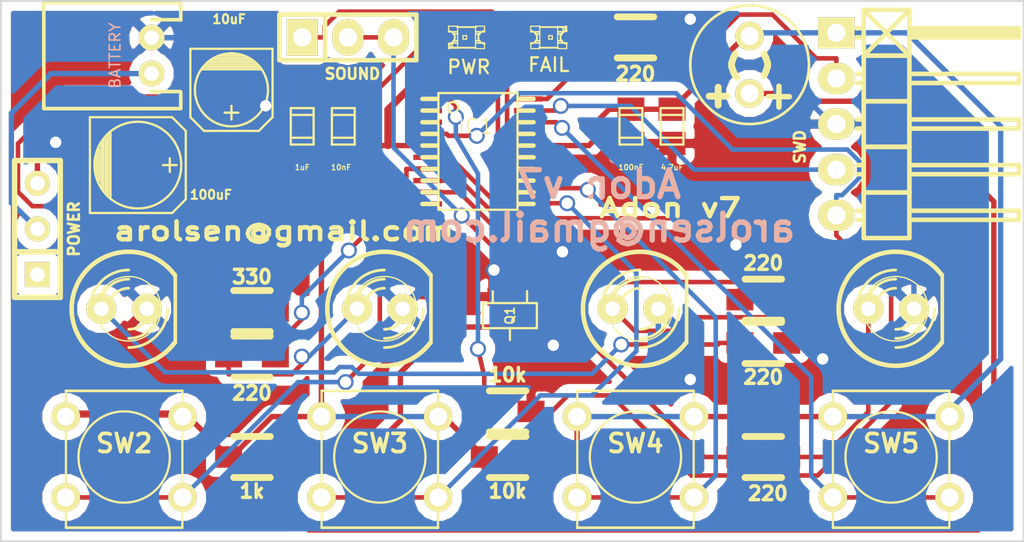
<source format=kicad_pcb>
(kicad_pcb (version 3) (host pcbnew "(2014-04-07 BZR 4791)-product")

  (general
    (links 67)
    (no_connects 0)
    (area 10.51681 11.16076 69.977001 43.357001)
    (thickness 1.6)
    (drawings 7)
    (tracks 307)
    (zones 0)
    (modules 32)
    (nets 30)
  )

  (page A4)
  (layers
    (15 F.Cu signal)
    (0 B.Cu signal)
    (16 B.Adhes user)
    (17 F.Adhes user)
    (18 B.Paste user)
    (19 F.Paste user)
    (20 B.SilkS user)
    (21 F.SilkS user)
    (22 B.Mask user)
    (23 F.Mask user)
    (24 Dwgs.User user)
    (25 Cmts.User user)
    (26 Eco1.User user)
    (27 Eco2.User user)
    (28 Edge.Cuts user)
  )

  (setup
    (last_trace_width 0.3)
    (user_trace_width 0.254)
    (user_trace_width 0.3)
    (user_trace_width 0.35)
    (trace_clearance 0.254)
    (zone_clearance 0.508)
    (zone_45_only no)
    (trace_min 0.254)
    (segment_width 0.2)
    (edge_width 0.1)
    (via_size 0.889)
    (via_drill 0.635)
    (via_min_size 0.889)
    (via_min_drill 0.508)
    (uvia_size 0.508)
    (uvia_drill 0.127)
    (uvias_allowed no)
    (uvia_min_size 0.508)
    (uvia_min_drill 0.127)
    (pcb_text_width 0.3)
    (pcb_text_size 1.5 1.5)
    (mod_edge_width 0.15)
    (mod_text_size 1 1)
    (mod_text_width 0.15)
    (pad_size 1.4478 1.4478)
    (pad_drill 0.8128)
    (pad_to_mask_clearance 0)
    (aux_axis_origin 0 0)
    (visible_elements FFFFFF7F)
    (pcbplotparams
      (layerselection 283148289)
      (usegerberextensions true)
      (excludeedgelayer true)
      (linewidth 0.100000)
      (plotframeref false)
      (viasonmask false)
      (mode 1)
      (useauxorigin false)
      (hpglpennumber 1)
      (hpglpenspeed 20)
      (hpglpendiameter 15)
      (hpglpenoverlay 2)
      (psnegative false)
      (psa4output false)
      (plotreference true)
      (plotvalue true)
      (plotothertext true)
      (plotinvisibletext false)
      (padsonsilk false)
      (subtractmaskfromsilk false)
      (outputformat 1)
      (mirror false)
      (drillshape 0)
      (scaleselection 1)
      (outputdirectory /home/synic/Projects/kicad/projects/adon/gerber/))
  )

  (net 0 "")
  (net 1 VDD)
  (net 2 GND)
  (net 3 "Net-(D1-Pad2)")
  (net 4 "Net-(D2-Pad1)")
  (net 5 "Net-(D3-Pad1)")
  (net 6 "Net-(D4-Pad1)")
  (net 7 "Net-(D5-Pad1)")
  (net 8 "Net-(D6-Pad2)")
  (net 9 "Net-(IC1-Pad18)")
  (net 10 "Net-(IC1-Pad17)")
  (net 11 SWDIO)
  (net 12 SWCLK)
  (net 13 "Net-(IC1-Pad9)")
  (net 14 "Net-(IC1-Pad10)")
  (net 15 "Net-(IC1-Pad8)")
  (net 16 "Net-(IC1-Pad7)")
  (net 17 "Net-(IC1-Pad6)")
  (net 18 "Net-(IC1-Pad1)")
  (net 19 "Net-(IC1-Pad2)")
  (net 20 "Net-(IC1-Pad3)")
  (net 21 NRST)
  (net 22 "Net-(IC1-Pad11)")
  (net 23 "Net-(IC1-Pad12)")
  (net 24 "Net-(IC1-Pad13)")
  (net 25 "Net-(JP1-Pad2)")
  (net 26 "Net-(P1-Pad1)")
  (net 27 "Net-(Q1-Pad3)")
  (net 28 "Net-(SW1-Pad1)")
  (net 29 "Net-(D6-Pad1)")

  (net_class Default "This is the default net class."
    (clearance 0.254)
    (trace_width 0.254)
    (via_dia 0.889)
    (via_drill 0.635)
    (uvia_dia 0.508)
    (uvia_drill 0.127)
    (add_net "Net-(D1-Pad2)")
    (add_net "Net-(D2-Pad1)")
    (add_net "Net-(D3-Pad1)")
    (add_net "Net-(D4-Pad1)")
    (add_net "Net-(D5-Pad1)")
    (add_net "Net-(D6-Pad1)")
    (add_net "Net-(D6-Pad2)")
    (add_net "Net-(IC1-Pad1)")
    (add_net "Net-(IC1-Pad10)")
    (add_net "Net-(IC1-Pad11)")
    (add_net "Net-(IC1-Pad12)")
    (add_net "Net-(IC1-Pad13)")
    (add_net "Net-(IC1-Pad17)")
    (add_net "Net-(IC1-Pad18)")
    (add_net "Net-(IC1-Pad2)")
    (add_net "Net-(IC1-Pad3)")
    (add_net "Net-(IC1-Pad6)")
    (add_net "Net-(IC1-Pad7)")
    (add_net "Net-(IC1-Pad8)")
    (add_net "Net-(IC1-Pad9)")
    (add_net "Net-(JP1-Pad2)")
    (add_net "Net-(P1-Pad1)")
    (add_net "Net-(Q1-Pad3)")
    (add_net "Net-(SW1-Pad1)")
  )

  (net_class TAG-CONNECT ""
    (clearance 0.125)
    (trace_width 0.254)
    (via_dia 0.889)
    (via_drill 0.635)
    (uvia_dia 0.508)
    (uvia_drill 0.127)
    (add_net NRST)
    (add_net SWCLK)
    (add_net SWDIO)
  )

  (net_class VCC ""
    (clearance 0.254)
    (trace_width 0.4)
    (via_dia 0.889)
    (via_drill 0.635)
    (uvia_dia 0.508)
    (uvia_drill 0.127)
    (add_net GND)
    (add_net VDD)
  )

  (module jst-2-pth-ra (layer F.Cu) (tedit 5360157E) (tstamp 53600667)
    (at 21.336 16.256 90)
    (path /53324095)
    (attr virtual)
    (fp_text reference P1 (at -0.254 -4.6228 90) (layer B.SilkS) hide
      (effects (font (size 0.8 0.8) (thickness 0.0889)))
    )
    (fp_text value BATTERY (at 0 -2.032 90) (layer B.SilkS)
      (effects (font (size 0.6 0.6) (thickness 0.0889)))
    )
    (fp_line (start -2.9464 -5.9944) (end 2.9464 -5.9944) (layer F.SilkS) (width 0.2032))
    (fp_line (start 1.9812 1.6256) (end 2.9464 1.6256) (layer F.SilkS) (width 0.2032))
    (fp_line (start -2.9464 1.6256) (end -2.032 1.6256) (layer F.SilkS) (width 0.2032))
    (fp_line (start 2 1.6) (end 2 0) (layer F.SilkS) (width 0.2032))
    (fp_line (start -2 0) (end -2 1.6) (layer F.SilkS) (width 0.2032))
    (fp_line (start 2.95 -6) (end 2.95 1.6) (layer F.SilkS) (width 0.2032))
    (fp_line (start -2.95 1.6) (end -2.95 -6) (layer F.SilkS) (width 0.2032))
    (pad 2 thru_hole circle (at 1 0 90) (size 1.4478 1.4478) (drill 0.8128) (layers *.Cu *.Mask F.SilkS)
      (net 2 GND))
    (pad 1 thru_hole circle (at -1 0 90) (size 1.4478 1.4478) (drill 0.8128) (layers *.Cu *.Mask F.SilkS)
      (net 26 "Net-(P1-Pad1)"))
  )

  (module Capacitors_SMD:c_elec_5x5.3 (layer F.Cu) (tedit 536014F1) (tstamp 53496B5F)
    (at 20.574 22.352)
    (descr "SMT capacitor, aluminium electrolytic, 5x5.3")
    (path /533240BD)
    (fp_text reference C1 (at 0 -3.175) (layer F.SilkS) hide
      (effects (font (size 0.50038 0.50038) (thickness 0.11938)))
    )
    (fp_text value 100uF (at 4.064 1.651) (layer F.SilkS)
      (effects (font (size 0.50038 0.50038) (thickness 0.11938)))
    )
    (fp_line (start -2.286 -0.635) (end -2.286 0.762) (layer F.SilkS) (width 0.127))
    (fp_line (start -2.159 -0.889) (end -2.159 0.889) (layer F.SilkS) (width 0.127))
    (fp_line (start -2.032 -1.27) (end -2.032 1.27) (layer F.SilkS) (width 0.127))
    (fp_line (start -1.905 1.397) (end -1.905 -1.397) (layer F.SilkS) (width 0.127))
    (fp_line (start -1.778 -1.524) (end -1.778 1.524) (layer F.SilkS) (width 0.127))
    (fp_line (start -1.651 1.651) (end -1.651 -1.651) (layer F.SilkS) (width 0.127))
    (fp_line (start -1.524 -1.778) (end -1.524 1.778) (layer F.SilkS) (width 0.127))
    (fp_circle (center 0 0) (end -2.413 0) (layer F.SilkS) (width 0.127))
    (fp_line (start -2.667 -2.667) (end 1.905 -2.667) (layer F.SilkS) (width 0.127))
    (fp_line (start 1.905 -2.667) (end 2.667 -1.905) (layer F.SilkS) (width 0.127))
    (fp_line (start 2.667 -1.905) (end 2.667 1.905) (layer F.SilkS) (width 0.127))
    (fp_line (start 2.667 1.905) (end 1.905 2.667) (layer F.SilkS) (width 0.127))
    (fp_line (start 1.905 2.667) (end -2.667 2.667) (layer F.SilkS) (width 0.127))
    (fp_line (start -2.667 2.667) (end -2.667 -2.667) (layer F.SilkS) (width 0.127))
    (fp_line (start 2.159 0) (end 1.397 0) (layer F.SilkS) (width 0.127))
    (fp_line (start 1.778 -0.381) (end 1.778 0.381) (layer F.SilkS) (width 0.127))
    (pad 1 smd rect (at 2.19964 0) (size 2.99974 1.6002) (layers F.Cu F.Paste F.Mask)
      (net 1 VDD))
    (pad 2 smd rect (at -2.19964 0) (size 2.99974 1.6002) (layers F.Cu F.Paste F.Mask)
      (net 2 GND))
    (model smd/capacitors/c_elec_5x5_3.wrl
      (at (xyz 0 0 0))
      (scale (xyz 1 1 1))
      (rotate (xyz 0 0 0))
    )
  )

  (module Capacitors_SMD:c_0805 (layer F.Cu) (tedit 535D4CC9) (tstamp 53496B6B)
    (at 29.718 20.193 270)
    (descr "SMT capacitor, 0805")
    (path /5332273A)
    (fp_text reference C2 (at 0 -0.9906 270) (layer F.SilkS) hide
      (effects (font (size 0.29972 0.29972) (thickness 0.06096)))
    )
    (fp_text value 1uF (at 2.286 0 360) (layer F.SilkS)
      (effects (font (size 0.29972 0.29972) (thickness 0.06096)))
    )
    (fp_line (start 0.635 -0.635) (end 0.635 0.635) (layer F.SilkS) (width 0.127))
    (fp_line (start -0.635 -0.635) (end -0.635 0.6096) (layer F.SilkS) (width 0.127))
    (fp_line (start -1.016 -0.635) (end 1.016 -0.635) (layer F.SilkS) (width 0.127))
    (fp_line (start 1.016 -0.635) (end 1.016 0.635) (layer F.SilkS) (width 0.127))
    (fp_line (start 1.016 0.635) (end -1.016 0.635) (layer F.SilkS) (width 0.127))
    (fp_line (start -1.016 0.635) (end -1.016 -0.635) (layer F.SilkS) (width 0.127))
    (pad 1 smd rect (at 0.9525 0 270) (size 1.30048 1.4986) (layers F.Cu F.Paste F.Mask)
      (net 1 VDD))
    (pad 2 smd rect (at -0.9525 0 270) (size 1.30048 1.4986) (layers F.Cu F.Paste F.Mask)
      (net 2 GND))
    (model smd/capacitors/c_0805.wrl
      (at (xyz 0 0 0))
      (scale (xyz 1 1 1))
      (rotate (xyz 0 0 0))
    )
  )

  (module Capacitors_SMD:c_0805 (layer F.Cu) (tedit 535D4CB4) (tstamp 53496B77)
    (at 50.292 20.193 270)
    (descr "SMT capacitor, 0805")
    (path /53322771)
    (fp_text reference C3 (at 0 -0.9906 270) (layer F.SilkS) hide
      (effects (font (size 0.29972 0.29972) (thickness 0.06096)))
    )
    (fp_text value 4.7uF (at 2.286 0 360) (layer F.SilkS)
      (effects (font (size 0.29972 0.29972) (thickness 0.06096)))
    )
    (fp_line (start 0.635 -0.635) (end 0.635 0.635) (layer F.SilkS) (width 0.127))
    (fp_line (start -0.635 -0.635) (end -0.635 0.6096) (layer F.SilkS) (width 0.127))
    (fp_line (start -1.016 -0.635) (end 1.016 -0.635) (layer F.SilkS) (width 0.127))
    (fp_line (start 1.016 -0.635) (end 1.016 0.635) (layer F.SilkS) (width 0.127))
    (fp_line (start 1.016 0.635) (end -1.016 0.635) (layer F.SilkS) (width 0.127))
    (fp_line (start -1.016 0.635) (end -1.016 -0.635) (layer F.SilkS) (width 0.127))
    (pad 1 smd rect (at 0.9525 0 270) (size 1.30048 1.4986) (layers F.Cu F.Paste F.Mask)
      (net 2 GND))
    (pad 2 smd rect (at -0.9525 0 270) (size 1.30048 1.4986) (layers F.Cu F.Paste F.Mask)
      (net 1 VDD))
    (model smd/capacitors/c_0805.wrl
      (at (xyz 0 0 0))
      (scale (xyz 1 1 1))
      (rotate (xyz 0 0 0))
    )
  )

  (module Capacitors_SMD:c_0805 (layer F.Cu) (tedit 535D4CCC) (tstamp 53496B83)
    (at 32.004 20.193 90)
    (descr "SMT capacitor, 0805")
    (path /53322726)
    (fp_text reference C4 (at 0 -0.9906 90) (layer F.SilkS) hide
      (effects (font (size 0.29972 0.29972) (thickness 0.06096)))
    )
    (fp_text value 10nF (at -2.286 -0.127 180) (layer F.SilkS)
      (effects (font (size 0.29972 0.29972) (thickness 0.06096)))
    )
    (fp_line (start 0.635 -0.635) (end 0.635 0.635) (layer F.SilkS) (width 0.127))
    (fp_line (start -0.635 -0.635) (end -0.635 0.6096) (layer F.SilkS) (width 0.127))
    (fp_line (start -1.016 -0.635) (end 1.016 -0.635) (layer F.SilkS) (width 0.127))
    (fp_line (start 1.016 -0.635) (end 1.016 0.635) (layer F.SilkS) (width 0.127))
    (fp_line (start 1.016 0.635) (end -1.016 0.635) (layer F.SilkS) (width 0.127))
    (fp_line (start -1.016 0.635) (end -1.016 -0.635) (layer F.SilkS) (width 0.127))
    (pad 1 smd rect (at 0.9525 0 90) (size 1.30048 1.4986) (layers F.Cu F.Paste F.Mask)
      (net 2 GND))
    (pad 2 smd rect (at -0.9525 0 90) (size 1.30048 1.4986) (layers F.Cu F.Paste F.Mask)
      (net 1 VDD))
    (model smd/capacitors/c_0805.wrl
      (at (xyz 0 0 0))
      (scale (xyz 1 1 1))
      (rotate (xyz 0 0 0))
    )
  )

  (module Capacitors_SMD:c_0805 (layer F.Cu) (tedit 535D4CAD) (tstamp 53496B8F)
    (at 48.006 20.193 270)
    (descr "SMT capacitor, 0805")
    (path /5332275D)
    (fp_text reference C5 (at 0 -0.9906 270) (layer F.SilkS) hide
      (effects (font (size 0.29972 0.29972) (thickness 0.06096)))
    )
    (fp_text value 100nF (at 2.286 0 360) (layer F.SilkS)
      (effects (font (size 0.29972 0.29972) (thickness 0.06096)))
    )
    (fp_line (start 0.635 -0.635) (end 0.635 0.635) (layer F.SilkS) (width 0.127))
    (fp_line (start -0.635 -0.635) (end -0.635 0.6096) (layer F.SilkS) (width 0.127))
    (fp_line (start -1.016 -0.635) (end 1.016 -0.635) (layer F.SilkS) (width 0.127))
    (fp_line (start 1.016 -0.635) (end 1.016 0.635) (layer F.SilkS) (width 0.127))
    (fp_line (start 1.016 0.635) (end -1.016 0.635) (layer F.SilkS) (width 0.127))
    (fp_line (start -1.016 0.635) (end -1.016 -0.635) (layer F.SilkS) (width 0.127))
    (pad 1 smd rect (at 0.9525 0 270) (size 1.30048 1.4986) (layers F.Cu F.Paste F.Mask)
      (net 2 GND))
    (pad 2 smd rect (at -0.9525 0 270) (size 1.30048 1.4986) (layers F.Cu F.Paste F.Mask)
      (net 1 VDD))
    (model smd/capacitors/c_0805.wrl
      (at (xyz 0 0 0))
      (scale (xyz 1 1 1))
      (rotate (xyz 0 0 0))
    )
  )

  (module LEDs:LED-0805 (layer F.Cu) (tedit 5349EDBF) (tstamp 53496BCA)
    (at 38.862 15.24 180)
    (descr "LED 0805 smd package")
    (tags "LED 0805 SMD")
    (path /53324DAA)
    (attr smd)
    (fp_text reference D1 (at 0 -1.27 180) (layer F.SilkS) hide
      (effects (font (size 0.762 0.762) (thickness 0.127)))
    )
    (fp_text value PWR (at -0.127 -1.651 180) (layer F.SilkS)
      (effects (font (size 0.762 0.762) (thickness 0.127)))
    )
    (fp_line (start 0.49784 0.29972) (end 0.49784 0.62484) (layer F.SilkS) (width 0.06604))
    (fp_line (start 0.49784 0.62484) (end 0.99822 0.62484) (layer F.SilkS) (width 0.06604))
    (fp_line (start 0.99822 0.29972) (end 0.99822 0.62484) (layer F.SilkS) (width 0.06604))
    (fp_line (start 0.49784 0.29972) (end 0.99822 0.29972) (layer F.SilkS) (width 0.06604))
    (fp_line (start 0.49784 -0.32258) (end 0.49784 -0.17272) (layer F.SilkS) (width 0.06604))
    (fp_line (start 0.49784 -0.17272) (end 0.7493 -0.17272) (layer F.SilkS) (width 0.06604))
    (fp_line (start 0.7493 -0.32258) (end 0.7493 -0.17272) (layer F.SilkS) (width 0.06604))
    (fp_line (start 0.49784 -0.32258) (end 0.7493 -0.32258) (layer F.SilkS) (width 0.06604))
    (fp_line (start 0.49784 0.17272) (end 0.49784 0.32258) (layer F.SilkS) (width 0.06604))
    (fp_line (start 0.49784 0.32258) (end 0.7493 0.32258) (layer F.SilkS) (width 0.06604))
    (fp_line (start 0.7493 0.17272) (end 0.7493 0.32258) (layer F.SilkS) (width 0.06604))
    (fp_line (start 0.49784 0.17272) (end 0.7493 0.17272) (layer F.SilkS) (width 0.06604))
    (fp_line (start 0.49784 -0.19812) (end 0.49784 0.19812) (layer F.SilkS) (width 0.06604))
    (fp_line (start 0.49784 0.19812) (end 0.6731 0.19812) (layer F.SilkS) (width 0.06604))
    (fp_line (start 0.6731 -0.19812) (end 0.6731 0.19812) (layer F.SilkS) (width 0.06604))
    (fp_line (start 0.49784 -0.19812) (end 0.6731 -0.19812) (layer F.SilkS) (width 0.06604))
    (fp_line (start -0.99822 0.29972) (end -0.99822 0.62484) (layer F.SilkS) (width 0.06604))
    (fp_line (start -0.99822 0.62484) (end -0.49784 0.62484) (layer F.SilkS) (width 0.06604))
    (fp_line (start -0.49784 0.29972) (end -0.49784 0.62484) (layer F.SilkS) (width 0.06604))
    (fp_line (start -0.99822 0.29972) (end -0.49784 0.29972) (layer F.SilkS) (width 0.06604))
    (fp_line (start -0.99822 -0.62484) (end -0.99822 -0.29972) (layer F.SilkS) (width 0.06604))
    (fp_line (start -0.99822 -0.29972) (end -0.49784 -0.29972) (layer F.SilkS) (width 0.06604))
    (fp_line (start -0.49784 -0.62484) (end -0.49784 -0.29972) (layer F.SilkS) (width 0.06604))
    (fp_line (start -0.99822 -0.62484) (end -0.49784 -0.62484) (layer F.SilkS) (width 0.06604))
    (fp_line (start -0.7493 0.17272) (end -0.7493 0.32258) (layer F.SilkS) (width 0.06604))
    (fp_line (start -0.7493 0.32258) (end -0.49784 0.32258) (layer F.SilkS) (width 0.06604))
    (fp_line (start -0.49784 0.17272) (end -0.49784 0.32258) (layer F.SilkS) (width 0.06604))
    (fp_line (start -0.7493 0.17272) (end -0.49784 0.17272) (layer F.SilkS) (width 0.06604))
    (fp_line (start -0.7493 -0.32258) (end -0.7493 -0.17272) (layer F.SilkS) (width 0.06604))
    (fp_line (start -0.7493 -0.17272) (end -0.49784 -0.17272) (layer F.SilkS) (width 0.06604))
    (fp_line (start -0.49784 -0.32258) (end -0.49784 -0.17272) (layer F.SilkS) (width 0.06604))
    (fp_line (start -0.7493 -0.32258) (end -0.49784 -0.32258) (layer F.SilkS) (width 0.06604))
    (fp_line (start -0.6731 -0.19812) (end -0.6731 0.19812) (layer F.SilkS) (width 0.06604))
    (fp_line (start -0.6731 0.19812) (end -0.49784 0.19812) (layer F.SilkS) (width 0.06604))
    (fp_line (start -0.49784 -0.19812) (end -0.49784 0.19812) (layer F.SilkS) (width 0.06604))
    (fp_line (start -0.6731 -0.19812) (end -0.49784 -0.19812) (layer F.SilkS) (width 0.06604))
    (fp_line (start 0 -0.09906) (end 0 0.09906) (layer F.SilkS) (width 0.06604))
    (fp_line (start 0 0.09906) (end 0.19812 0.09906) (layer F.SilkS) (width 0.06604))
    (fp_line (start 0.19812 -0.09906) (end 0.19812 0.09906) (layer F.SilkS) (width 0.06604))
    (fp_line (start 0 -0.09906) (end 0.19812 -0.09906) (layer F.SilkS) (width 0.06604))
    (fp_line (start 0.49784 -0.59944) (end 0.49784 -0.29972) (layer F.SilkS) (width 0.06604))
    (fp_line (start 0.49784 -0.29972) (end 0.79756 -0.29972) (layer F.SilkS) (width 0.06604))
    (fp_line (start 0.79756 -0.59944) (end 0.79756 -0.29972) (layer F.SilkS) (width 0.06604))
    (fp_line (start 0.49784 -0.59944) (end 0.79756 -0.59944) (layer F.SilkS) (width 0.06604))
    (fp_line (start 0.92456 -0.62484) (end 0.92456 -0.39878) (layer F.SilkS) (width 0.06604))
    (fp_line (start 0.92456 -0.39878) (end 0.99822 -0.39878) (layer F.SilkS) (width 0.06604))
    (fp_line (start 0.99822 -0.62484) (end 0.99822 -0.39878) (layer F.SilkS) (width 0.06604))
    (fp_line (start 0.92456 -0.62484) (end 0.99822 -0.62484) (layer F.SilkS) (width 0.06604))
    (fp_line (start 0.52324 0.57404) (end -0.52324 0.57404) (layer F.SilkS) (width 0.1016))
    (fp_line (start -0.49784 -0.57404) (end 0.92456 -0.57404) (layer F.SilkS) (width 0.1016))
    (fp_circle (center 0.84836 -0.44958) (end 0.89916 -0.50038) (layer F.SilkS) (width 0.0508))
    (fp_arc (start 0.99822 0) (end 0.99822 0.34798) (angle 180) (layer F.SilkS) (width 0.1016))
    (fp_arc (start -0.99822 0) (end -0.99822 -0.34798) (angle 180) (layer F.SilkS) (width 0.1016))
    (pad 1 smd rect (at -1.04902 0 180) (size 1.19888 1.19888) (layers F.Cu F.Paste F.Mask)
      (net 1 VDD))
    (pad 2 smd rect (at 1.04902 0 180) (size 1.19888 1.19888) (layers F.Cu F.Paste F.Mask)
      (net 3 "Net-(D1-Pad2)"))
  )

  (module LEDs:LED-5MM (layer F.Cu) (tedit 535D4C7E) (tstamp 53496BD9)
    (at 62.484 30.353)
    (descr "LED 5mm - Lead pitch 100mil (2,54mm)")
    (tags "LED led 5mm 5MM 100mil 2,54mm")
    (path /533237CE)
    (fp_text reference D2 (at 0 -3.81) (layer F.SilkS) hide
      (effects (font (size 0.762 0.762) (thickness 0.0889)))
    )
    (fp_text value LED3 (at 0 -4.064) (layer F.SilkS) hide
      (effects (font (size 0.762 0.762) (thickness 0.0889)))
    )
    (fp_line (start 2.8448 1.905) (end 2.8448 -1.905) (layer F.SilkS) (width 0.2032))
    (fp_circle (center 0.254 0) (end -1.016 1.27) (layer F.SilkS) (width 0.0762))
    (fp_arc (start 0.254 0) (end 2.794 1.905) (angle 286.2) (layer F.SilkS) (width 0.254))
    (fp_arc (start 0.254 0) (end -0.889 0) (angle 90) (layer F.SilkS) (width 0.1524))
    (fp_arc (start 0.254 0) (end 1.397 0) (angle 90) (layer F.SilkS) (width 0.1524))
    (fp_arc (start 0.254 0) (end -1.397 0) (angle 90) (layer F.SilkS) (width 0.1524))
    (fp_arc (start 0.254 0) (end 1.905 0) (angle 90) (layer F.SilkS) (width 0.1524))
    (fp_arc (start 0.254 0) (end -1.905 0) (angle 90) (layer F.SilkS) (width 0.1524))
    (fp_arc (start 0.254 0) (end 2.413 0) (angle 90) (layer F.SilkS) (width 0.1524))
    (pad 1 thru_hole circle (at -1.27 0) (size 1.6764 1.6764) (drill 0.8128) (layers *.Cu *.Mask F.SilkS)
      (net 4 "Net-(D2-Pad1)"))
    (pad 2 thru_hole circle (at 1.27 0) (size 1.6764 1.6764) (drill 0.8128) (layers *.Cu *.Mask F.SilkS)
      (net 2 GND))
    (model discret/leds/led5_vertical_verde.wrl
      (at (xyz 0 0 0))
      (scale (xyz 1 1 1))
      (rotate (xyz 0 0 0))
    )
  )

  (module LEDs:LED-5MM (layer F.Cu) (tedit 535D4C79) (tstamp 53496BE8)
    (at 48.26 30.353)
    (descr "LED 5mm - Lead pitch 100mil (2,54mm)")
    (tags "LED led 5mm 5MM 100mil 2,54mm")
    (path /533237C3)
    (fp_text reference D3 (at 0 -3.81) (layer F.SilkS) hide
      (effects (font (size 0.762 0.762) (thickness 0.0889)))
    )
    (fp_text value LED2 (at -0.508 -4.064) (layer F.SilkS) hide
      (effects (font (size 0.762 0.762) (thickness 0.0889)))
    )
    (fp_line (start 2.8448 1.905) (end 2.8448 -1.905) (layer F.SilkS) (width 0.2032))
    (fp_circle (center 0.254 0) (end -1.016 1.27) (layer F.SilkS) (width 0.0762))
    (fp_arc (start 0.254 0) (end 2.794 1.905) (angle 286.2) (layer F.SilkS) (width 0.254))
    (fp_arc (start 0.254 0) (end -0.889 0) (angle 90) (layer F.SilkS) (width 0.1524))
    (fp_arc (start 0.254 0) (end 1.397 0) (angle 90) (layer F.SilkS) (width 0.1524))
    (fp_arc (start 0.254 0) (end -1.397 0) (angle 90) (layer F.SilkS) (width 0.1524))
    (fp_arc (start 0.254 0) (end 1.905 0) (angle 90) (layer F.SilkS) (width 0.1524))
    (fp_arc (start 0.254 0) (end -1.905 0) (angle 90) (layer F.SilkS) (width 0.1524))
    (fp_arc (start 0.254 0) (end 2.413 0) (angle 90) (layer F.SilkS) (width 0.1524))
    (pad 1 thru_hole circle (at -1.27 0) (size 1.6764 1.6764) (drill 0.8128) (layers *.Cu *.Mask F.SilkS)
      (net 5 "Net-(D3-Pad1)"))
    (pad 2 thru_hole circle (at 1.27 0) (size 1.6764 1.6764) (drill 0.8128) (layers *.Cu *.Mask F.SilkS)
      (net 2 GND))
    (model discret/leds/led5_vertical_verde.wrl
      (at (xyz 0 0 0))
      (scale (xyz 1 1 1))
      (rotate (xyz 0 0 0))
    )
  )

  (module LEDs:LED-5MM (layer F.Cu) (tedit 536003F7) (tstamp 53496BF7)
    (at 34.036 30.353)
    (descr "LED 5mm - Lead pitch 100mil (2,54mm)")
    (tags "LED led 5mm 5MM 100mil 2,54mm")
    (path /533237B8)
    (fp_text reference D4 (at 0 -3.81) (layer F.SilkS) hide
      (effects (font (size 0.762 0.762) (thickness 0.0889)))
    )
    (fp_text value LED1 (at 0 -4.064) (layer F.SilkS) hide
      (effects (font (size 0.762 0.762) (thickness 0.0889)))
    )
    (fp_line (start 2.8448 1.905) (end 2.8448 -1.905) (layer F.SilkS) (width 0.2032))
    (fp_circle (center 0.254 0) (end -1.016 1.27) (layer F.SilkS) (width 0.0762))
    (fp_arc (start 0.254 0) (end 2.794 1.905) (angle 286.2) (layer F.SilkS) (width 0.254))
    (fp_arc (start 0.254 0) (end -0.889 0) (angle 90) (layer F.SilkS) (width 0.1524))
    (fp_arc (start 0.254 0) (end 1.397 0) (angle 90) (layer F.SilkS) (width 0.1524))
    (fp_arc (start 0.254 0) (end -1.397 0) (angle 90) (layer F.SilkS) (width 0.1524))
    (fp_arc (start 0.254 0) (end 1.905 0) (angle 90) (layer F.SilkS) (width 0.1524))
    (fp_arc (start 0.254 0) (end -1.905 0) (angle 90) (layer F.SilkS) (width 0.1524))
    (fp_arc (start 0.254 0) (end 2.413 0) (angle 90) (layer F.SilkS) (width 0.1524))
    (pad 1 thru_hole circle (at -1.27 0) (size 1.6764 1.6764) (drill 0.8128) (layers *.Cu *.Mask F.SilkS)
      (net 6 "Net-(D4-Pad1)"))
    (pad 2 thru_hole circle (at 1.27 0) (size 1.6764 1.6764) (drill 0.8128) (layers *.Cu *.Mask F.SilkS)
      (net 2 GND))
    (model discret/leds/led5_vertical_verde.wrl
      (at (xyz 0 0 0))
      (scale (xyz 1 1 1))
      (rotate (xyz 0 0 0))
    )
  )

  (module LEDs:LED-5MM (layer F.Cu) (tedit 536003EF) (tstamp 53496C06)
    (at 19.812 30.353)
    (descr "LED 5mm - Lead pitch 100mil (2,54mm)")
    (tags "LED led 5mm 5MM 100mil 2,54mm")
    (path /533237A6)
    (fp_text reference D5 (at 0 -3.81) (layer F.SilkS) hide
      (effects (font (size 0.762 0.762) (thickness 0.0889)))
    )
    (fp_text value LED0 (at 0 -4.064) (layer F.SilkS) hide
      (effects (font (size 0.762 0.762) (thickness 0.0889)))
    )
    (fp_line (start 2.8448 1.905) (end 2.8448 -1.905) (layer F.SilkS) (width 0.2032))
    (fp_circle (center 0.254 0) (end -1.016 1.27) (layer F.SilkS) (width 0.0762))
    (fp_arc (start 0.254 0) (end 2.794 1.905) (angle 286.2) (layer F.SilkS) (width 0.254))
    (fp_arc (start 0.254 0) (end -0.889 0) (angle 90) (layer F.SilkS) (width 0.1524))
    (fp_arc (start 0.254 0) (end 1.397 0) (angle 90) (layer F.SilkS) (width 0.1524))
    (fp_arc (start 0.254 0) (end -1.397 0) (angle 90) (layer F.SilkS) (width 0.1524))
    (fp_arc (start 0.254 0) (end 1.905 0) (angle 90) (layer F.SilkS) (width 0.1524))
    (fp_arc (start 0.254 0) (end -1.905 0) (angle 90) (layer F.SilkS) (width 0.1524))
    (fp_arc (start 0.254 0) (end 2.413 0) (angle 90) (layer F.SilkS) (width 0.1524))
    (pad 1 thru_hole circle (at -1.27 0) (size 1.6764 1.6764) (drill 0.8128) (layers *.Cu *.Mask F.SilkS)
      (net 7 "Net-(D5-Pad1)"))
    (pad 2 thru_hole circle (at 1.27 0) (size 1.6764 1.6764) (drill 0.8128) (layers *.Cu *.Mask F.SilkS)
      (net 2 GND))
    (model discret/leds/led5_vertical_verde.wrl
      (at (xyz 0 0 0))
      (scale (xyz 1 1 1))
      (rotate (xyz 0 0 0))
    )
  )

  (module LEDs:LED-0805 (layer F.Cu) (tedit 534968A7) (tstamp 53496C41)
    (at 43.434 15.24)
    (descr "LED 0805 smd package")
    (tags "LED 0805 SMD")
    (path /53335EFD)
    (attr smd)
    (fp_text reference D6 (at 0 -1.27) (layer F.SilkS) hide
      (effects (font (size 0.762 0.762) (thickness 0.127)))
    )
    (fp_text value FAIL (at 0 1.524) (layer F.SilkS)
      (effects (font (size 0.762 0.762) (thickness 0.127)))
    )
    (fp_line (start 0.49784 0.29972) (end 0.49784 0.62484) (layer F.SilkS) (width 0.06604))
    (fp_line (start 0.49784 0.62484) (end 0.99822 0.62484) (layer F.SilkS) (width 0.06604))
    (fp_line (start 0.99822 0.29972) (end 0.99822 0.62484) (layer F.SilkS) (width 0.06604))
    (fp_line (start 0.49784 0.29972) (end 0.99822 0.29972) (layer F.SilkS) (width 0.06604))
    (fp_line (start 0.49784 -0.32258) (end 0.49784 -0.17272) (layer F.SilkS) (width 0.06604))
    (fp_line (start 0.49784 -0.17272) (end 0.7493 -0.17272) (layer F.SilkS) (width 0.06604))
    (fp_line (start 0.7493 -0.32258) (end 0.7493 -0.17272) (layer F.SilkS) (width 0.06604))
    (fp_line (start 0.49784 -0.32258) (end 0.7493 -0.32258) (layer F.SilkS) (width 0.06604))
    (fp_line (start 0.49784 0.17272) (end 0.49784 0.32258) (layer F.SilkS) (width 0.06604))
    (fp_line (start 0.49784 0.32258) (end 0.7493 0.32258) (layer F.SilkS) (width 0.06604))
    (fp_line (start 0.7493 0.17272) (end 0.7493 0.32258) (layer F.SilkS) (width 0.06604))
    (fp_line (start 0.49784 0.17272) (end 0.7493 0.17272) (layer F.SilkS) (width 0.06604))
    (fp_line (start 0.49784 -0.19812) (end 0.49784 0.19812) (layer F.SilkS) (width 0.06604))
    (fp_line (start 0.49784 0.19812) (end 0.6731 0.19812) (layer F.SilkS) (width 0.06604))
    (fp_line (start 0.6731 -0.19812) (end 0.6731 0.19812) (layer F.SilkS) (width 0.06604))
    (fp_line (start 0.49784 -0.19812) (end 0.6731 -0.19812) (layer F.SilkS) (width 0.06604))
    (fp_line (start -0.99822 0.29972) (end -0.99822 0.62484) (layer F.SilkS) (width 0.06604))
    (fp_line (start -0.99822 0.62484) (end -0.49784 0.62484) (layer F.SilkS) (width 0.06604))
    (fp_line (start -0.49784 0.29972) (end -0.49784 0.62484) (layer F.SilkS) (width 0.06604))
    (fp_line (start -0.99822 0.29972) (end -0.49784 0.29972) (layer F.SilkS) (width 0.06604))
    (fp_line (start -0.99822 -0.62484) (end -0.99822 -0.29972) (layer F.SilkS) (width 0.06604))
    (fp_line (start -0.99822 -0.29972) (end -0.49784 -0.29972) (layer F.SilkS) (width 0.06604))
    (fp_line (start -0.49784 -0.62484) (end -0.49784 -0.29972) (layer F.SilkS) (width 0.06604))
    (fp_line (start -0.99822 -0.62484) (end -0.49784 -0.62484) (layer F.SilkS) (width 0.06604))
    (fp_line (start -0.7493 0.17272) (end -0.7493 0.32258) (layer F.SilkS) (width 0.06604))
    (fp_line (start -0.7493 0.32258) (end -0.49784 0.32258) (layer F.SilkS) (width 0.06604))
    (fp_line (start -0.49784 0.17272) (end -0.49784 0.32258) (layer F.SilkS) (width 0.06604))
    (fp_line (start -0.7493 0.17272) (end -0.49784 0.17272) (layer F.SilkS) (width 0.06604))
    (fp_line (start -0.7493 -0.32258) (end -0.7493 -0.17272) (layer F.SilkS) (width 0.06604))
    (fp_line (start -0.7493 -0.17272) (end -0.49784 -0.17272) (layer F.SilkS) (width 0.06604))
    (fp_line (start -0.49784 -0.32258) (end -0.49784 -0.17272) (layer F.SilkS) (width 0.06604))
    (fp_line (start -0.7493 -0.32258) (end -0.49784 -0.32258) (layer F.SilkS) (width 0.06604))
    (fp_line (start -0.6731 -0.19812) (end -0.6731 0.19812) (layer F.SilkS) (width 0.06604))
    (fp_line (start -0.6731 0.19812) (end -0.49784 0.19812) (layer F.SilkS) (width 0.06604))
    (fp_line (start -0.49784 -0.19812) (end -0.49784 0.19812) (layer F.SilkS) (width 0.06604))
    (fp_line (start -0.6731 -0.19812) (end -0.49784 -0.19812) (layer F.SilkS) (width 0.06604))
    (fp_line (start 0 -0.09906) (end 0 0.09906) (layer F.SilkS) (width 0.06604))
    (fp_line (start 0 0.09906) (end 0.19812 0.09906) (layer F.SilkS) (width 0.06604))
    (fp_line (start 0.19812 -0.09906) (end 0.19812 0.09906) (layer F.SilkS) (width 0.06604))
    (fp_line (start 0 -0.09906) (end 0.19812 -0.09906) (layer F.SilkS) (width 0.06604))
    (fp_line (start 0.49784 -0.59944) (end 0.49784 -0.29972) (layer F.SilkS) (width 0.06604))
    (fp_line (start 0.49784 -0.29972) (end 0.79756 -0.29972) (layer F.SilkS) (width 0.06604))
    (fp_line (start 0.79756 -0.59944) (end 0.79756 -0.29972) (layer F.SilkS) (width 0.06604))
    (fp_line (start 0.49784 -0.59944) (end 0.79756 -0.59944) (layer F.SilkS) (width 0.06604))
    (fp_line (start 0.92456 -0.62484) (end 0.92456 -0.39878) (layer F.SilkS) (width 0.06604))
    (fp_line (start 0.92456 -0.39878) (end 0.99822 -0.39878) (layer F.SilkS) (width 0.06604))
    (fp_line (start 0.99822 -0.62484) (end 0.99822 -0.39878) (layer F.SilkS) (width 0.06604))
    (fp_line (start 0.92456 -0.62484) (end 0.99822 -0.62484) (layer F.SilkS) (width 0.06604))
    (fp_line (start 0.52324 0.57404) (end -0.52324 0.57404) (layer F.SilkS) (width 0.1016))
    (fp_line (start -0.49784 -0.57404) (end 0.92456 -0.57404) (layer F.SilkS) (width 0.1016))
    (fp_circle (center 0.84836 -0.44958) (end 0.89916 -0.50038) (layer F.SilkS) (width 0.0508))
    (fp_arc (start 0.99822 0) (end 0.99822 0.34798) (angle 180) (layer F.SilkS) (width 0.1016))
    (fp_arc (start -0.99822 0) (end -0.99822 -0.34798) (angle 180) (layer F.SilkS) (width 0.1016))
    (pad 1 smd rect (at -1.04902 0) (size 1.19888 1.19888) (layers F.Cu F.Paste F.Mask)
      (net 29 "Net-(D6-Pad1)"))
    (pad 2 smd rect (at 1.04902 0) (size 1.19888 1.19888) (layers F.Cu F.Paste F.Mask)
      (net 8 "Net-(D6-Pad2)"))
  )

  (module ab2:AB2_TSSOP20 (layer F.Cu) (tedit 53601572) (tstamp 53601406)
    (at 39.497 21.59 270)
    (path /53322681)
    (fp_text reference IC1 (at -1.397 0.127 360) (layer F.SilkS)
      (effects (font (size 0.8128 0.8128) (thickness 0.0762)))
    )
    (fp_text value STM32F030F4 (at 0 1.27 270) (layer F.SilkS) hide
      (effects (font (size 0.8128 0.8128) (thickness 0.0762)))
    )
    (fp_circle (center -2.45 1.4) (end -2.45 1.1) (layer F.SilkS) (width 0.127))
    (fp_line (start -3.25 -2.2) (end 3.25 -2.2) (layer F.SilkS) (width 0.127))
    (fp_line (start 3.25 -2.2) (end 3.25 2.2) (layer F.SilkS) (width 0.127))
    (fp_line (start 3.25 2.2) (end -3.25 2.2) (layer F.SilkS) (width 0.127))
    (fp_line (start -3.25 2.2) (end -3.25 -2.2) (layer F.SilkS) (width 0.127))
    (fp_line (start -2.925 -2.27) (end -2.925 -3.09) (layer F.SilkS) (width 0.25))
    (fp_line (start -2.275 -2.27) (end -2.275 -3.09) (layer F.SilkS) (width 0.25))
    (fp_line (start -1.625 -2.27) (end -1.625 -3.09) (layer F.SilkS) (width 0.25))
    (fp_line (start -0.975 -2.27) (end -0.975 -3.09) (layer F.SilkS) (width 0.25))
    (fp_line (start -0.325 -2.27) (end -0.325 -3.09) (layer F.SilkS) (width 0.25))
    (fp_line (start 0.325 -2.27) (end 0.325 -3.09) (layer F.SilkS) (width 0.25))
    (fp_line (start 0.975 -2.27) (end 0.975 -3.09) (layer F.SilkS) (width 0.25))
    (fp_line (start 1.625 -2.27) (end 1.625 -3.09) (layer F.SilkS) (width 0.25))
    (fp_line (start 2.275 -2.27) (end 2.275 -3.09) (layer F.SilkS) (width 0.25))
    (fp_line (start 2.925 -2.27) (end 2.925 -3.09) (layer F.SilkS) (width 0.25))
    (fp_line (start -2.925 2.27) (end -2.925 3.09) (layer F.SilkS) (width 0.25))
    (fp_line (start -2.275 2.27) (end -2.275 3.09) (layer F.SilkS) (width 0.25))
    (fp_line (start -1.625 2.27) (end -1.625 3.09) (layer F.SilkS) (width 0.25))
    (fp_line (start -0.975 2.27) (end -0.975 3.09) (layer F.SilkS) (width 0.25))
    (fp_line (start -0.325 2.27) (end -0.325 3.09) (layer F.SilkS) (width 0.25))
    (fp_line (start 0.325 2.27) (end 0.325 3.09) (layer F.SilkS) (width 0.25))
    (fp_line (start 0.975 2.27) (end 0.975 3.09) (layer F.SilkS) (width 0.25))
    (fp_line (start 1.625 2.27) (end 1.625 3.09) (layer F.SilkS) (width 0.25))
    (fp_line (start 2.275 2.27) (end 2.275 3.09) (layer F.SilkS) (width 0.25))
    (fp_line (start 2.925 2.27) (end 2.925 3.09) (layer F.SilkS) (width 0.25))
    (pad 18 smd rect (at -1.625 -2.8 270) (size 0.3 1.6) (layers F.Cu F.Paste F.Mask)
      (net 9 "Net-(IC1-Pad18)"))
    (pad 17 smd rect (at -0.975 -2.8 270) (size 0.3 1.6) (layers F.Cu F.Paste F.Mask)
      (net 10 "Net-(IC1-Pad17)"))
    (pad 19 smd rect (at -2.275 -2.8 270) (size 0.3 1.6) (layers F.Cu F.Paste F.Mask)
      (net 11 SWDIO))
    (pad 20 smd rect (at -2.925 -2.8 270) (size 0.3 1.6) (layers F.Cu F.Paste F.Mask)
      (net 12 SWCLK))
    (pad 9 smd rect (at 2.275 2.8 270) (size 0.3 1.6) (layers F.Cu F.Paste F.Mask)
      (net 13 "Net-(IC1-Pad9)"))
    (pad 10 smd rect (at 2.925 2.8 270) (size 0.3 1.6) (layers F.Cu F.Paste F.Mask)
      (net 14 "Net-(IC1-Pad10)"))
    (pad 16 smd rect (at -0.325 -2.8 270) (size 0.3 1.6) (layers F.Cu F.Paste F.Mask)
      (net 1 VDD))
    (pad 15 smd rect (at 0.325 -2.8 270) (size 0.3 1.6) (layers F.Cu F.Paste F.Mask)
      (net 2 GND))
    (pad 8 smd rect (at 1.625 2.8 270) (size 0.3 1.6) (layers F.Cu F.Paste F.Mask)
      (net 15 "Net-(IC1-Pad8)"))
    (pad 7 smd rect (at 0.975 2.8 270) (size 0.3 1.6) (layers F.Cu F.Paste F.Mask)
      (net 16 "Net-(IC1-Pad7)"))
    (pad 6 smd rect (at 0.325 2.8 270) (size 0.3 1.6) (layers F.Cu F.Paste F.Mask)
      (net 17 "Net-(IC1-Pad6)"))
    (pad 5 smd rect (at -0.325 2.8 270) (size 0.3 1.6) (layers F.Cu F.Paste F.Mask)
      (net 1 VDD))
    (pad 1 smd rect (at -2.925 2.8 270) (size 0.3 1.6) (layers F.Cu F.Paste F.Mask)
      (net 18 "Net-(IC1-Pad1)"))
    (pad 2 smd rect (at -2.275 2.8 270) (size 0.3 1.6) (layers F.Cu F.Paste F.Mask)
      (net 19 "Net-(IC1-Pad2)"))
    (pad 3 smd rect (at -1.625 2.8 270) (size 0.3 1.6) (layers F.Cu F.Paste F.Mask)
      (net 20 "Net-(IC1-Pad3)"))
    (pad 4 smd rect (at -0.975 2.8 270) (size 0.3 1.6) (layers F.Cu F.Paste F.Mask)
      (net 21 NRST))
    (pad 11 smd rect (at 2.925 -2.8 270) (size 0.3 1.6) (layers F.Cu F.Paste F.Mask)
      (net 22 "Net-(IC1-Pad11)"))
    (pad 12 smd rect (at 2.275 -2.8 270) (size 0.3 1.6) (layers F.Cu F.Paste F.Mask)
      (net 23 "Net-(IC1-Pad12)"))
    (pad 13 smd rect (at 1.625 -2.8 270) (size 0.3 1.6) (layers F.Cu F.Paste F.Mask)
      (net 24 "Net-(IC1-Pad13)"))
    (pad 14 smd rect (at 0.975 -2.8 270) (size 0.3 1.6) (layers F.Cu F.Paste F.Mask)
      (net 29 "Net-(D6-Pad1)"))
    (model ../3d_models/ab2_tssop/AB2_TSSOP20.wrl
      (at (xyz 0 0 0))
      (scale (xyz 0.3937 0.3937 0.3937))
      (rotate (xyz 0 0 180))
    )
  )

  (module Resistors_SMD:Resistor_SMD0805_HandSoldering (layer F.Cu) (tedit 53600641) (tstamp 53496CC5)
    (at 41.148 36.068)
    (descr "Resistor, SMD, 0805, Hand soldering,")
    (tags "Resistor, SMD, 0805, Hand soldering,")
    (path /53322695)
    (attr smd)
    (fp_text reference R1 (at 0.09906 -2.30124) (layer F.SilkS) hide
      (effects (font (thickness 0.3048)))
    )
    (fp_text value 10k (at 0 -2.032 180) (layer F.SilkS)
      (effects (font (size 0.762 0.762) (thickness 0.1905)))
    )
    (fp_line (start 0 -1.143) (end -1.016 -1.143) (layer F.SilkS) (width 0.381))
    (fp_line (start 0 -1.143) (end 1.016 -1.143) (layer F.SilkS) (width 0.381))
    (fp_line (start 0 1.143) (end -1.016 1.143) (layer F.SilkS) (width 0.381))
    (fp_line (start 0 1.143) (end 1.016 1.143) (layer F.SilkS) (width 0.381))
    (pad 1 smd rect (at -1.30048 0) (size 1.50114 1.19888) (layers F.Cu F.Paste F.Mask)
      (net 18 "Net-(IC1-Pad1)"))
    (pad 2 smd rect (at 1.30048 0) (size 1.50114 1.19888) (layers F.Cu F.Paste F.Mask)
      (net 2 GND))
  )

  (module Resistors_SMD:Resistor_SMD0805_HandSoldering (layer F.Cu) (tedit 534AACB3) (tstamp 53496CCF)
    (at 41.148 38.608 180)
    (descr "Resistor, SMD, 0805, Hand soldering,")
    (tags "Resistor, SMD, 0805, Hand soldering,")
    (path /533226A9)
    (attr smd)
    (fp_text reference R2 (at 0.09906 -2.30124 180) (layer F.SilkS) hide
      (effects (font (thickness 0.3048)))
    )
    (fp_text value 10k (at 0 -1.905 180) (layer F.SilkS)
      (effects (font (size 0.762 0.762) (thickness 0.1905)))
    )
    (fp_line (start 0 -1.143) (end -1.016 -1.143) (layer F.SilkS) (width 0.381))
    (fp_line (start 0 -1.143) (end 1.016 -1.143) (layer F.SilkS) (width 0.381))
    (fp_line (start 0 1.143) (end -1.016 1.143) (layer F.SilkS) (width 0.381))
    (fp_line (start 0 1.143) (end 1.016 1.143) (layer F.SilkS) (width 0.381))
    (pad 1 smd rect (at -1.30048 0 180) (size 1.50114 1.19888) (layers F.Cu F.Paste F.Mask)
      (net 21 NRST))
    (pad 2 smd rect (at 1.30048 0 180) (size 1.50114 1.19888) (layers F.Cu F.Paste F.Mask)
      (net 1 VDD))
  )

  (module Resistors_SMD:Resistor_SMD0805_HandSoldering (layer F.Cu) (tedit 5349EE40) (tstamp 53496CD9)
    (at 26.924 30.48 180)
    (descr "Resistor, SMD, 0805, Hand soldering,")
    (tags "Resistor, SMD, 0805, Hand soldering,")
    (path /53324DB3)
    (attr smd)
    (fp_text reference R3 (at 0.09906 -2.30124 180) (layer F.SilkS) hide
      (effects (font (thickness 0.3048)))
    )
    (fp_text value 330 (at 0 1.905 180) (layer F.SilkS)
      (effects (font (size 0.762 0.762) (thickness 0.1905)))
    )
    (fp_line (start 0 -1.143) (end -1.016 -1.143) (layer F.SilkS) (width 0.381))
    (fp_line (start 0 -1.143) (end 1.016 -1.143) (layer F.SilkS) (width 0.381))
    (fp_line (start 0 1.143) (end -1.016 1.143) (layer F.SilkS) (width 0.381))
    (fp_line (start 0 1.143) (end 1.016 1.143) (layer F.SilkS) (width 0.381))
    (pad 1 smd rect (at -1.30048 0 180) (size 1.50114 1.19888) (layers F.Cu F.Paste F.Mask)
      (net 3 "Net-(D1-Pad2)"))
    (pad 2 smd rect (at 1.30048 0 180) (size 1.50114 1.19888) (layers F.Cu F.Paste F.Mask)
      (net 2 GND))
  )

  (module Resistors_SMD:Resistor_SMD0805_HandSoldering (layer F.Cu) (tedit 5360065C) (tstamp 53496CE3)
    (at 55.372 38.608)
    (descr "Resistor, SMD, 0805, Hand soldering,")
    (tags "Resistor, SMD, 0805, Hand soldering,")
    (path /53323799)
    (attr smd)
    (fp_text reference R4 (at 0.09906 -2.30124) (layer F.SilkS) hide
      (effects (font (thickness 0.3048)))
    )
    (fp_text value 220 (at 0.254 2.032 180) (layer F.SilkS)
      (effects (font (size 0.762 0.762) (thickness 0.1905)))
    )
    (fp_line (start 0 -1.143) (end -1.016 -1.143) (layer F.SilkS) (width 0.381))
    (fp_line (start 0 -1.143) (end 1.016 -1.143) (layer F.SilkS) (width 0.381))
    (fp_line (start 0 1.143) (end -1.016 1.143) (layer F.SilkS) (width 0.381))
    (fp_line (start 0 1.143) (end 1.016 1.143) (layer F.SilkS) (width 0.381))
    (pad 1 smd rect (at -1.30048 0) (size 1.50114 1.19888) (layers F.Cu F.Paste F.Mask)
      (net 13 "Net-(IC1-Pad9)"))
    (pad 2 smd rect (at 1.30048 0) (size 1.50114 1.19888) (layers F.Cu F.Paste F.Mask)
      (net 4 "Net-(D2-Pad1)"))
  )

  (module Resistors_SMD:Resistor_SMD0805_HandSoldering (layer F.Cu) (tedit 5349EDFD) (tstamp 53496CED)
    (at 55.372 29.845)
    (descr "Resistor, SMD, 0805, Hand soldering,")
    (tags "Resistor, SMD, 0805, Hand soldering,")
    (path /5332378E)
    (attr smd)
    (fp_text reference R5 (at 0.09906 -2.30124) (layer F.SilkS) hide
      (effects (font (thickness 0.3048)))
    )
    (fp_text value 220 (at 0 4.318) (layer F.SilkS)
      (effects (font (size 0.762 0.762) (thickness 0.1905)))
    )
    (fp_line (start 0 -1.143) (end -1.016 -1.143) (layer F.SilkS) (width 0.381))
    (fp_line (start 0 -1.143) (end 1.016 -1.143) (layer F.SilkS) (width 0.381))
    (fp_line (start 0 1.143) (end -1.016 1.143) (layer F.SilkS) (width 0.381))
    (fp_line (start 0 1.143) (end 1.016 1.143) (layer F.SilkS) (width 0.381))
    (pad 1 smd rect (at -1.30048 0) (size 1.50114 1.19888) (layers F.Cu F.Paste F.Mask)
      (net 15 "Net-(IC1-Pad8)"))
    (pad 2 smd rect (at 1.30048 0) (size 1.50114 1.19888) (layers F.Cu F.Paste F.Mask)
      (net 5 "Net-(D3-Pad1)"))
  )

  (module Resistors_SMD:Resistor_SMD0805_HandSoldering (layer F.Cu) (tedit 5349EE3A) (tstamp 53496CF7)
    (at 26.924 33.02 180)
    (descr "Resistor, SMD, 0805, Hand soldering,")
    (tags "Resistor, SMD, 0805, Hand soldering,")
    (path /5332377C)
    (attr smd)
    (fp_text reference R6 (at 0.09906 -2.30124 180) (layer F.SilkS) hide
      (effects (font (thickness 0.3048)))
    )
    (fp_text value 220 (at 0 -2.032 180) (layer F.SilkS)
      (effects (font (size 0.762 0.762) (thickness 0.1905)))
    )
    (fp_line (start 0 -1.143) (end -1.016 -1.143) (layer F.SilkS) (width 0.381))
    (fp_line (start 0 -1.143) (end 1.016 -1.143) (layer F.SilkS) (width 0.381))
    (fp_line (start 0 1.143) (end -1.016 1.143) (layer F.SilkS) (width 0.381))
    (fp_line (start 0 1.143) (end 1.016 1.143) (layer F.SilkS) (width 0.381))
    (pad 1 smd rect (at -1.30048 0 180) (size 1.50114 1.19888) (layers F.Cu F.Paste F.Mask)
      (net 16 "Net-(IC1-Pad7)"))
    (pad 2 smd rect (at 1.30048 0 180) (size 1.50114 1.19888) (layers F.Cu F.Paste F.Mask)
      (net 6 "Net-(D4-Pad1)"))
  )

  (module Resistors_SMD:Resistor_SMD0805_HandSoldering (layer F.Cu) (tedit 5349EE02) (tstamp 53496D01)
    (at 55.372 32.258 180)
    (descr "Resistor, SMD, 0805, Hand soldering,")
    (tags "Resistor, SMD, 0805, Hand soldering,")
    (path /53323768)
    (attr smd)
    (fp_text reference R7 (at 0.09906 -2.30124 180) (layer F.SilkS) hide
      (effects (font (thickness 0.3048)))
    )
    (fp_text value 220 (at 0 4.445 180) (layer F.SilkS)
      (effects (font (size 0.762 0.762) (thickness 0.1905)))
    )
    (fp_line (start 0 -1.143) (end -1.016 -1.143) (layer F.SilkS) (width 0.381))
    (fp_line (start 0 -1.143) (end 1.016 -1.143) (layer F.SilkS) (width 0.381))
    (fp_line (start 0 1.143) (end -1.016 1.143) (layer F.SilkS) (width 0.381))
    (fp_line (start 0 1.143) (end 1.016 1.143) (layer F.SilkS) (width 0.381))
    (pad 1 smd rect (at -1.30048 0 180) (size 1.50114 1.19888) (layers F.Cu F.Paste F.Mask)
      (net 17 "Net-(IC1-Pad6)"))
    (pad 2 smd rect (at 1.30048 0 180) (size 1.50114 1.19888) (layers F.Cu F.Paste F.Mask)
      (net 7 "Net-(D5-Pad1)"))
  )

  (module Resistors_SMD:Resistor_SMD0805_HandSoldering (layer F.Cu) (tedit 5349EE33) (tstamp 53496D0B)
    (at 26.924 38.608)
    (descr "Resistor, SMD, 0805, Hand soldering,")
    (tags "Resistor, SMD, 0805, Hand soldering,")
    (path /53323631)
    (attr smd)
    (fp_text reference R8 (at 0.09906 -2.30124) (layer F.SilkS) hide
      (effects (font (thickness 0.3048)))
    )
    (fp_text value 1k (at 0 1.905) (layer F.SilkS)
      (effects (font (size 0.762 0.762) (thickness 0.1905)))
    )
    (fp_line (start 0 -1.143) (end -1.016 -1.143) (layer F.SilkS) (width 0.381))
    (fp_line (start 0 -1.143) (end 1.016 -1.143) (layer F.SilkS) (width 0.381))
    (fp_line (start 0 1.143) (end -1.016 1.143) (layer F.SilkS) (width 0.381))
    (fp_line (start 0 1.143) (end 1.016 1.143) (layer F.SilkS) (width 0.381))
    (pad 1 smd rect (at -1.30048 0) (size 1.50114 1.19888) (layers F.Cu F.Paste F.Mask)
      (net 1 VDD))
    (pad 2 smd rect (at 1.30048 0) (size 1.50114 1.19888) (layers F.Cu F.Paste F.Mask)
      (net 27 "Net-(Q1-Pad3)"))
  )

  (module Resistors_SMD:Resistor_SMD0805_HandSoldering (layer F.Cu) (tedit 53601ACA) (tstamp 53496D15)
    (at 48.26 15.24)
    (descr "Resistor, SMD, 0805, Hand soldering,")
    (tags "Resistor, SMD, 0805, Hand soldering,")
    (path /53335F08)
    (attr smd)
    (fp_text reference R9 (at 0.09906 -2.30124) (layer F.SilkS) hide
      (effects (font (thickness 0.3048)))
    )
    (fp_text value 220 (at 0 2.032) (layer F.SilkS)
      (effects (font (size 0.762 0.762) (thickness 0.1905)))
    )
    (fp_line (start 0 -1.143) (end -1.016 -1.143) (layer F.SilkS) (width 0.381))
    (fp_line (start 0 -1.143) (end 1.016 -1.143) (layer F.SilkS) (width 0.381))
    (fp_line (start 0 1.143) (end -1.016 1.143) (layer F.SilkS) (width 0.381))
    (fp_line (start 0 1.143) (end 1.016 1.143) (layer F.SilkS) (width 0.381))
    (pad 1 smd rect (at -1.30048 0) (size 1.50114 1.19888) (layers F.Cu F.Paste F.Mask)
      (net 8 "Net-(D6-Pad2)"))
    (pad 2 smd rect (at 1.30048 0) (size 1.50114 1.19888) (layers F.Cu F.Paste F.Mask)
      (net 2 GND))
  )

  (module synic:Buzzer_CUI_INC_CC-1601 (layer F.Cu) (tedit 53338C59) (tstamp 53496D2A)
    (at 54.61 16.764 270)
    (descr "Buzzer, Elektromagnetic Beeper, Summer,")
    (tags "Kingstate, KCG0601,")
    (path /5332361D)
    (fp_text reference SP1 (at 0 -5.00126 270) (layer F.SilkS) hide
      (effects (font (thickness 0.3048)))
    )
    (fp_text value SPEAKER (at 0 5.00126 270) (layer F.SilkS) hide
      (effects (font (thickness 0.3048)))
    )
    (fp_circle (center 0 0) (end 0 -3.302) (layer F.SilkS) (width 0.15))
    (fp_line (start 1.24968 1.75006) (end 2.25044 1.75006) (layer F.SilkS) (width 0.381))
    (fp_line (start 1.75006 1.24968) (end 1.75006 2.25044) (layer F.SilkS) (width 0.381))
    (fp_line (start 0.70104 0.70104) (end 0.59944 0.8001) (layer F.SilkS) (width 0.381))
    (fp_line (start 0.59944 0.8001) (end 0.39878 0.89916) (layer F.SilkS) (width 0.381))
    (fp_line (start 0.39878 0.89916) (end 0.09906 1.00076) (layer F.SilkS) (width 0.381))
    (fp_line (start 0.09906 1.00076) (end -0.09906 1.00076) (layer F.SilkS) (width 0.381))
    (fp_line (start -0.09906 1.00076) (end -0.39878 0.89916) (layer F.SilkS) (width 0.381))
    (fp_line (start -0.39878 0.89916) (end -0.59944 0.8001) (layer F.SilkS) (width 0.381))
    (fp_line (start 0.59944 -0.8001) (end 0.39878 -0.89916) (layer F.SilkS) (width 0.381))
    (fp_line (start 0.39878 -0.89916) (end 0.09906 -1.00076) (layer F.SilkS) (width 0.381))
    (fp_line (start 0.09906 -1.00076) (end -0.09906 -1.00076) (layer F.SilkS) (width 0.381))
    (fp_line (start -0.09906 -1.00076) (end -0.39878 -0.89916) (layer F.SilkS) (width 0.381))
    (fp_line (start -0.39878 -0.89916) (end -0.59944 -0.8001) (layer F.SilkS) (width 0.381))
    (fp_text user + (at 1.778 -1.524 270) (layer F.SilkS)
      (effects (font (thickness 0.3048)))
    )
    (pad 1 thru_hole circle (at -1.6002 0 270) (size 1.6002 1.6002) (drill 1.00076) (layers *.Cu *.Mask F.SilkS)
      (net 1 VDD))
    (pad 2 thru_hole circle (at 1.6002 0 270) (size 1.6002 1.6002) (drill 1.00076) (layers *.Cu *.Mask F.SilkS)
      (net 27 "Net-(Q1-Pad3)"))
  )

  (module synic:SW_PUSH_SMALL (layer F.Cu) (tedit 53496A3E) (tstamp 53496D43)
    (at 19.812 38.608)
    (path /53323A84)
    (fp_text reference SW2 (at 0 -0.762) (layer F.SilkS)
      (effects (font (size 1.016 1.016) (thickness 0.2032)))
    )
    (fp_text value BUTTON0 (at 0 1.016) (layer F.SilkS) hide
      (effects (font (size 1.016 1.016) (thickness 0.2032)))
    )
    (fp_line (start -3.2385 3.937) (end 3.2385 3.937) (layer F.SilkS) (width 0.15))
    (fp_line (start -3.2385 -3.683) (end 3.2385 -3.683) (layer F.SilkS) (width 0.15))
    (fp_circle (center 0 0) (end 0 -2.54) (layer F.SilkS) (width 0.127))
    (fp_line (start 3.2385 -3.683) (end 3.2385 3.937) (layer F.SilkS) (width 0.127))
    (fp_line (start -3.2385 -3.683) (end -3.2385 3.937) (layer F.SilkS) (width 0.127))
    (pad 1 thru_hole circle (at 3.25 -2.25) (size 1.597 1.597) (drill 0.99) (layers *.Cu *.Mask F.SilkS)
      (net 1 VDD))
    (pad 2 thru_hole circle (at 3.25 2.25) (size 1.597 1.597) (drill 0.99) (layers *.Cu *.Mask F.SilkS)
      (net 14 "Net-(IC1-Pad10)"))
    (pad 1 thru_hole circle (at -3.25 -2.25) (size 1.597 1.597) (drill 0.99) (layers *.Cu *.Mask F.SilkS)
      (net 1 VDD))
    (pad 2 thru_hole circle (at -3.25 2.25) (size 1.597 1.597) (drill 0.99) (layers *.Cu *.Mask F.SilkS)
      (net 14 "Net-(IC1-Pad10)"))
  )

  (module synic:SW_PUSH_SMALL (layer F.Cu) (tedit 53496A45) (tstamp 53496D50)
    (at 34.036 38.608)
    (path /53323A96)
    (fp_text reference SW3 (at 0 -0.762) (layer F.SilkS)
      (effects (font (size 1.016 1.016) (thickness 0.2032)))
    )
    (fp_text value BUTTON1 (at 0 1.016) (layer F.SilkS) hide
      (effects (font (size 1.016 1.016) (thickness 0.2032)))
    )
    (fp_line (start -3.2385 3.937) (end 3.2385 3.937) (layer F.SilkS) (width 0.15))
    (fp_line (start -3.2385 -3.683) (end 3.2385 -3.683) (layer F.SilkS) (width 0.15))
    (fp_circle (center 0 0) (end 0 -2.54) (layer F.SilkS) (width 0.127))
    (fp_line (start 3.2385 -3.683) (end 3.2385 3.937) (layer F.SilkS) (width 0.127))
    (fp_line (start -3.2385 -3.683) (end -3.2385 3.937) (layer F.SilkS) (width 0.127))
    (pad 1 thru_hole circle (at 3.25 -2.25) (size 1.597 1.597) (drill 0.99) (layers *.Cu *.Mask F.SilkS)
      (net 1 VDD))
    (pad 2 thru_hole circle (at 3.25 2.25) (size 1.597 1.597) (drill 0.99) (layers *.Cu *.Mask F.SilkS)
      (net 22 "Net-(IC1-Pad11)"))
    (pad 1 thru_hole circle (at -3.25 -2.25) (size 1.597 1.597) (drill 0.99) (layers *.Cu *.Mask F.SilkS)
      (net 1 VDD))
    (pad 2 thru_hole circle (at -3.25 2.25) (size 1.597 1.597) (drill 0.99) (layers *.Cu *.Mask F.SilkS)
      (net 22 "Net-(IC1-Pad11)"))
  )

  (module synic:SW_PUSH_SMALL (layer F.Cu) (tedit 53496A4A) (tstamp 53496D5D)
    (at 48.26 38.608)
    (path /53323AA1)
    (fp_text reference SW4 (at 0 -0.762) (layer F.SilkS)
      (effects (font (size 1.016 1.016) (thickness 0.2032)))
    )
    (fp_text value BUTTON2 (at 0 1.016) (layer F.SilkS) hide
      (effects (font (size 1.016 1.016) (thickness 0.2032)))
    )
    (fp_line (start -3.2385 3.937) (end 3.2385 3.937) (layer F.SilkS) (width 0.15))
    (fp_line (start -3.2385 -3.683) (end 3.2385 -3.683) (layer F.SilkS) (width 0.15))
    (fp_circle (center 0 0) (end 0 -2.54) (layer F.SilkS) (width 0.127))
    (fp_line (start 3.2385 -3.683) (end 3.2385 3.937) (layer F.SilkS) (width 0.127))
    (fp_line (start -3.2385 -3.683) (end -3.2385 3.937) (layer F.SilkS) (width 0.127))
    (pad 1 thru_hole circle (at 3.25 -2.25) (size 1.597 1.597) (drill 0.99) (layers *.Cu *.Mask F.SilkS)
      (net 1 VDD))
    (pad 2 thru_hole circle (at 3.25 2.25) (size 1.597 1.597) (drill 0.99) (layers *.Cu *.Mask F.SilkS)
      (net 23 "Net-(IC1-Pad12)"))
    (pad 1 thru_hole circle (at -3.25 -2.25) (size 1.597 1.597) (drill 0.99) (layers *.Cu *.Mask F.SilkS)
      (net 1 VDD))
    (pad 2 thru_hole circle (at -3.25 2.25) (size 1.597 1.597) (drill 0.99) (layers *.Cu *.Mask F.SilkS)
      (net 23 "Net-(IC1-Pad12)"))
  )

  (module synic:SW_PUSH_SMALL (layer F.Cu) (tedit 53496A51) (tstamp 53496D6A)
    (at 62.484 38.608)
    (path /53323AAC)
    (fp_text reference SW5 (at 0 -0.762) (layer F.SilkS)
      (effects (font (size 1.016 1.016) (thickness 0.2032)))
    )
    (fp_text value BUTTON3 (at 0 1.016) (layer F.SilkS) hide
      (effects (font (size 1.016 1.016) (thickness 0.2032)))
    )
    (fp_line (start -3.2385 3.937) (end 3.2385 3.937) (layer F.SilkS) (width 0.15))
    (fp_line (start -3.2385 -3.683) (end 3.2385 -3.683) (layer F.SilkS) (width 0.15))
    (fp_circle (center 0 0) (end 0 -2.54) (layer F.SilkS) (width 0.127))
    (fp_line (start 3.2385 -3.683) (end 3.2385 3.937) (layer F.SilkS) (width 0.127))
    (fp_line (start -3.2385 -3.683) (end -3.2385 3.937) (layer F.SilkS) (width 0.127))
    (pad 1 thru_hole circle (at 3.25 -2.25) (size 1.597 1.597) (drill 0.99) (layers *.Cu *.Mask F.SilkS)
      (net 1 VDD))
    (pad 2 thru_hole circle (at 3.25 2.25) (size 1.597 1.597) (drill 0.99) (layers *.Cu *.Mask F.SilkS)
      (net 9 "Net-(IC1-Pad18)"))
    (pad 1 thru_hole circle (at -3.25 -2.25) (size 1.597 1.597) (drill 0.99) (layers *.Cu *.Mask F.SilkS)
      (net 1 VDD))
    (pad 2 thru_hole circle (at -3.25 2.25) (size 1.597 1.597) (drill 0.99) (layers *.Cu *.Mask F.SilkS)
      (net 9 "Net-(IC1-Pad18)"))
  )

  (module synic:sot23transistor (layer F.Cu) (tedit 535BF040) (tstamp 53601431)
    (at 41.275 30.734 180)
    (descr SOT23)
    (path /5349FBA3)
    (attr smd)
    (fp_text reference Q1 (at 0 0 270) (layer F.SilkS)
      (effects (font (size 0.50038 0.50038) (thickness 0.09906)))
    )
    (fp_text value NPN2 (at 0 0.09906 180) (layer F.SilkS) hide
      (effects (font (size 0.50038 0.50038) (thickness 0.09906)))
    )
    (fp_line (start 0.9525 0.6985) (end 0.9525 1.3589) (layer F.SilkS) (width 0.127))
    (fp_line (start -0.9525 0.6985) (end -0.9525 1.3589) (layer F.SilkS) (width 0.127))
    (fp_line (start 0 -0.6985) (end 0 -1.3589) (layer F.SilkS) (width 0.127))
    (fp_line (start -1.4986 -0.6985) (end 1.4986 -0.6985) (layer F.SilkS) (width 0.127))
    (fp_line (start 1.4986 -0.6985) (end 1.4986 0.6985) (layer F.SilkS) (width 0.127))
    (fp_line (start 1.4986 0.6985) (end -1.4986 0.6985) (layer F.SilkS) (width 0.127))
    (fp_line (start -1.4986 0.6985) (end -1.4986 -0.6985) (layer F.SilkS) (width 0.127))
    (pad 1 smd rect (at -0.9525 1.05664 180) (size 0.59944 1.00076) (layers F.Cu F.Paste F.Mask)
      (net 25 "Net-(JP1-Pad2)"))
    (pad 3 smd rect (at 0 -1.05664 180) (size 0.59944 1.00076) (layers F.Cu F.Paste F.Mask)
      (net 27 "Net-(Q1-Pad3)"))
    (pad 2 smd rect (at 0.9525 1.05664 180) (size 0.59944 1.00076) (layers F.Cu F.Paste F.Mask)
      (net 2 GND))
    (model smd/smd_transistors/sot23.wrl
      (at (xyz 0 0 0))
      (scale (xyz 1 1 1))
      (rotate (xyz 0 0 0))
    )
  )

  (module Capacitors_SMD:c_elec_4x4.5 (layer F.Cu) (tedit 53601474) (tstamp 534AADBC)
    (at 25.781 18.161 270)
    (descr "SMT capacitor, aluminium electrolytic, 4x4.5")
    (path /534AAFA5)
    (fp_text reference C6 (at 0 -2.794 270) (layer F.SilkS) hide
      (effects (font (size 0.50038 0.50038) (thickness 0.11938)))
    )
    (fp_text value 10uF (at -3.937 0.127 360) (layer F.SilkS)
      (effects (font (size 0.50038 0.50038) (thickness 0.11938)))
    )
    (fp_line (start 1.651 0) (end 0.889 0) (layer F.SilkS) (width 0.127))
    (fp_line (start 1.27 -0.381) (end 1.27 0.381) (layer F.SilkS) (width 0.127))
    (fp_line (start 1.524 2.286) (end -2.286 2.286) (layer F.SilkS) (width 0.127))
    (fp_line (start 2.286 -1.524) (end 2.286 1.524) (layer F.SilkS) (width 0.127))
    (fp_line (start 1.524 2.286) (end 2.286 1.524) (layer F.SilkS) (width 0.127))
    (fp_line (start 1.524 -2.286) (end -2.286 -2.286) (layer F.SilkS) (width 0.127))
    (fp_line (start 1.524 -2.286) (end 2.286 -1.524) (layer F.SilkS) (width 0.127))
    (fp_line (start -2.032 0.127) (end -2.032 -0.127) (layer F.SilkS) (width 0.127))
    (fp_line (start -1.905 -0.635) (end -1.905 0.635) (layer F.SilkS) (width 0.127))
    (fp_line (start -1.778 0.889) (end -1.778 -0.889) (layer F.SilkS) (width 0.127))
    (fp_line (start -1.651 1.143) (end -1.651 -1.143) (layer F.SilkS) (width 0.127))
    (fp_line (start -1.524 -1.27) (end -1.524 1.27) (layer F.SilkS) (width 0.127))
    (fp_line (start -1.397 1.397) (end -1.397 -1.397) (layer F.SilkS) (width 0.127))
    (fp_line (start -1.27 -1.524) (end -1.27 1.524) (layer F.SilkS) (width 0.127))
    (fp_line (start -1.143 -1.651) (end -1.143 1.651) (layer F.SilkS) (width 0.127))
    (fp_circle (center 0 0) (end -2.032 0) (layer F.SilkS) (width 0.127))
    (fp_line (start -2.286 -2.286) (end -2.286 2.286) (layer F.SilkS) (width 0.127))
    (pad 1 smd rect (at 1.80086 0 270) (size 2.60096 1.6002) (layers F.Cu F.Paste F.Mask)
      (net 1 VDD))
    (pad 2 smd rect (at -1.80086 0 270) (size 2.60096 1.6002) (layers F.Cu F.Paste F.Mask)
      (net 2 GND))
    (model smd/capacitors/c_elec_4x4_5.wrl
      (at (xyz 0 0 0))
      (scale (xyz 1 1 1))
      (rotate (xyz 0 0 0))
    )
  )

  (module Pin_Headers:Pin_Header_Straight_1x03 (layer F.Cu) (tedit 53600377) (tstamp 53600450)
    (at 32.258 15.24)
    (descr "1 pin")
    (tags "CONN DEV")
    (path /53335B2A)
    (fp_text reference JP1 (at 0 -2.286) (layer F.SilkS) hide
      (effects (font (size 1.27 1.27) (thickness 0.2032)))
    )
    (fp_text value SOUND (at 0.254 2.032) (layer F.SilkS)
      (effects (font (size 0.6 0.6) (thickness 0.15)))
    )
    (fp_line (start -1.27 1.27) (end 3.81 1.27) (layer F.SilkS) (width 0.254))
    (fp_line (start 3.81 1.27) (end 3.81 -1.27) (layer F.SilkS) (width 0.254))
    (fp_line (start 3.81 -1.27) (end -1.27 -1.27) (layer F.SilkS) (width 0.254))
    (fp_line (start -3.81 -1.27) (end -1.27 -1.27) (layer F.SilkS) (width 0.254))
    (fp_line (start -1.27 -1.27) (end -1.27 1.27) (layer F.SilkS) (width 0.254))
    (fp_line (start -3.81 -1.27) (end -3.81 1.27) (layer F.SilkS) (width 0.254))
    (fp_line (start -3.81 1.27) (end -1.27 1.27) (layer F.SilkS) (width 0.254))
    (pad 1 thru_hole rect (at -2.54 0) (size 1.7272 2.032) (drill 1.016) (layers *.Cu *.Mask F.SilkS)
      (net 24 "Net-(IC1-Pad13)"))
    (pad 2 thru_hole oval (at 0 0) (size 1.7272 2.032) (drill 1.016) (layers *.Cu *.Mask F.SilkS)
      (net 25 "Net-(JP1-Pad2)"))
    (pad 3 thru_hole oval (at 2.54 0) (size 1.7272 2.032) (drill 1.016) (layers *.Cu *.Mask F.SilkS)
      (net 25 "Net-(JP1-Pad2)"))
    (model Pin_Headers/Pin_Header_Straight_1x03.wrl
      (at (xyz 0 0 0))
      (scale (xyz 1 1 1))
      (rotate (xyz 0 0 0))
    )
  )

  (module Pin_Headers:Pin_Header_Angled_1x05 (layer F.Cu) (tedit 5360043C) (tstamp 53600499)
    (at 59.436 20.066 270)
    (descr "1 pin")
    (tags "CONN DEV")
    (path /534AAB68)
    (fp_text reference P3 (at 0 2.286 270) (layer F.SilkS) hide
      (effects (font (size 1.27 1.27) (thickness 0.2032)))
    )
    (fp_text value SWD (at 1.27 2.032 270) (layer F.SilkS)
      (effects (font (size 0.6 0.6) (thickness 0.15)))
    )
    (fp_line (start -3.81 -4.064) (end -6.35 -1.524) (layer F.SilkS) (width 0.254))
    (fp_line (start -6.35 -4.064) (end -3.81 -1.524) (layer F.SilkS) (width 0.254))
    (fp_line (start -5.207 -4.191) (end -5.207 -10.033) (layer F.SilkS) (width 0.254))
    (fp_line (start -5.207 -10.033) (end -4.953 -10.033) (layer F.SilkS) (width 0.254))
    (fp_line (start -4.953 -10.033) (end -4.953 -4.191) (layer F.SilkS) (width 0.254))
    (fp_line (start -4.953 -4.191) (end -5.08 -4.191) (layer F.SilkS) (width 0.254))
    (fp_line (start -5.08 -4.191) (end -5.08 -10.033) (layer F.SilkS) (width 0.254))
    (fp_line (start -5.334 -1.524) (end -5.334 -1.143) (layer F.SilkS) (width 0.254))
    (fp_line (start -4.826 -1.524) (end -4.826 -1.143) (layer F.SilkS) (width 0.254))
    (fp_line (start -2.794 -1.524) (end -2.794 -1.143) (layer F.SilkS) (width 0.254))
    (fp_line (start -2.286 -1.524) (end -2.286 -1.143) (layer F.SilkS) (width 0.254))
    (fp_line (start -0.254 -1.524) (end -0.254 -1.143) (layer F.SilkS) (width 0.254))
    (fp_line (start 0.254 -1.524) (end 0.254 -1.143) (layer F.SilkS) (width 0.254))
    (fp_line (start 2.286 -1.524) (end 2.286 -1.143) (layer F.SilkS) (width 0.254))
    (fp_line (start 2.794 -1.524) (end 2.794 -1.143) (layer F.SilkS) (width 0.254))
    (fp_line (start 5.334 -1.524) (end 5.334 -1.143) (layer F.SilkS) (width 0.254))
    (fp_line (start 4.826 -1.524) (end 4.826 -1.143) (layer F.SilkS) (width 0.254))
    (fp_line (start -3.81 -4.064) (end -6.35 -4.064) (layer F.SilkS) (width 0.254))
    (fp_line (start -4.826 -10.16) (end -4.826 -4.064) (layer F.SilkS) (width 0.254))
    (fp_line (start -5.334 -10.16) (end -4.826 -10.16) (layer F.SilkS) (width 0.254))
    (fp_line (start -5.334 -4.064) (end -5.334 -10.16) (layer F.SilkS) (width 0.254))
    (fp_line (start -3.81 -1.524) (end -3.81 -4.064) (layer F.SilkS) (width 0.254))
    (fp_line (start -6.35 -1.524) (end -3.81 -1.524) (layer F.SilkS) (width 0.254))
    (fp_line (start -6.35 -1.524) (end -6.35 -4.064) (layer F.SilkS) (width 0.254))
    (fp_line (start -1.27 -1.524) (end -1.27 -4.064) (layer F.SilkS) (width 0.254))
    (fp_line (start -1.27 -1.524) (end 1.27 -1.524) (layer F.SilkS) (width 0.254))
    (fp_line (start 1.27 -1.524) (end 1.27 -4.064) (layer F.SilkS) (width 0.254))
    (fp_line (start -0.254 -4.064) (end -0.254 -10.16) (layer F.SilkS) (width 0.254))
    (fp_line (start -0.254 -10.16) (end 0.254 -10.16) (layer F.SilkS) (width 0.254))
    (fp_line (start 0.254 -10.16) (end 0.254 -4.064) (layer F.SilkS) (width 0.254))
    (fp_line (start 1.27 -4.064) (end -1.27 -4.064) (layer F.SilkS) (width 0.254))
    (fp_line (start -1.27 -4.064) (end -3.81 -4.064) (layer F.SilkS) (width 0.254))
    (fp_line (start -2.286 -10.16) (end -2.286 -4.064) (layer F.SilkS) (width 0.254))
    (fp_line (start -2.794 -10.16) (end -2.286 -10.16) (layer F.SilkS) (width 0.254))
    (fp_line (start -2.794 -4.064) (end -2.794 -10.16) (layer F.SilkS) (width 0.254))
    (fp_line (start -1.27 -1.524) (end -1.27 -4.064) (layer F.SilkS) (width 0.254))
    (fp_line (start -3.81 -1.524) (end -1.27 -1.524) (layer F.SilkS) (width 0.254))
    (fp_line (start -3.81 -1.524) (end -3.81 -4.064) (layer F.SilkS) (width 0.254))
    (fp_line (start 3.81 -1.524) (end 3.81 -4.064) (layer F.SilkS) (width 0.254))
    (fp_line (start 3.81 -1.524) (end 6.35 -1.524) (layer F.SilkS) (width 0.254))
    (fp_line (start 6.35 -1.524) (end 6.35 -4.064) (layer F.SilkS) (width 0.254))
    (fp_line (start 4.826 -4.064) (end 4.826 -10.16) (layer F.SilkS) (width 0.254))
    (fp_line (start 4.826 -10.16) (end 5.334 -10.16) (layer F.SilkS) (width 0.254))
    (fp_line (start 5.334 -10.16) (end 5.334 -4.064) (layer F.SilkS) (width 0.254))
    (fp_line (start 6.35 -4.064) (end 3.81 -4.064) (layer F.SilkS) (width 0.254))
    (fp_line (start 3.81 -4.064) (end 1.27 -4.064) (layer F.SilkS) (width 0.254))
    (fp_line (start 2.794 -10.16) (end 2.794 -4.064) (layer F.SilkS) (width 0.254))
    (fp_line (start 2.286 -10.16) (end 2.794 -10.16) (layer F.SilkS) (width 0.254))
    (fp_line (start 2.286 -4.064) (end 2.286 -10.16) (layer F.SilkS) (width 0.254))
    (fp_line (start 3.81 -1.524) (end 3.81 -4.064) (layer F.SilkS) (width 0.254))
    (fp_line (start 1.27 -1.524) (end 3.81 -1.524) (layer F.SilkS) (width 0.254))
    (fp_line (start 1.27 -1.524) (end 1.27 -4.064) (layer F.SilkS) (width 0.254))
    (pad 1 thru_hole rect (at -5.08 0 270) (size 1.7272 2.032) (drill 1.016) (layers *.Cu *.Mask F.SilkS)
      (net 1 VDD))
    (pad 2 thru_hole oval (at -2.54 0 270) (size 1.7272 2.032) (drill 1.016) (layers *.Cu *.Mask F.SilkS)
      (net 12 SWCLK))
    (pad 3 thru_hole oval (at 0 0 270) (size 1.7272 2.032) (drill 1.016) (layers *.Cu *.Mask F.SilkS)
      (net 2 GND))
    (pad 4 thru_hole oval (at 2.54 0 270) (size 1.7272 2.032) (drill 1.016) (layers *.Cu *.Mask F.SilkS)
      (net 11 SWDIO))
    (pad 5 thru_hole oval (at 5.08 0 270) (size 1.7272 2.032) (drill 1.016) (layers *.Cu *.Mask F.SilkS)
      (net 21 NRST))
    (model Pin_Headers/Pin_Header_Angled_1x05.wrl
      (at (xyz 0 0 0))
      (scale (xyz 1 1 1))
      (rotate (xyz 0 0 0))
    )
  )

  (module Discret:MICROSWITCH_SPST (layer F.Cu) (tedit 536003EB) (tstamp 536004A5)
    (at 14.986 25.908 90)
    (descr "Connecteur 3 pins")
    (tags "CONN DEV")
    (path /5332418E)
    (fp_text reference SW1 (at 0 -2.54 90) (layer F.SilkS) hide
      (effects (font (size 1.016 1.016) (thickness 0.254)))
    )
    (fp_text value POWER (at 0 2.032 90) (layer F.SilkS)
      (effects (font (size 0.6 0.6) (thickness 0.15)))
    )
    (fp_line (start -3.81 1.27) (end -3.81 -1.27) (layer F.SilkS) (width 0.3048))
    (fp_line (start -3.81 -1.27) (end 3.81 -1.27) (layer F.SilkS) (width 0.3048))
    (fp_line (start 3.81 -1.27) (end 3.81 1.27) (layer F.SilkS) (width 0.3048))
    (fp_line (start 3.81 1.27) (end -3.81 1.27) (layer F.SilkS) (width 0.3048))
    (fp_line (start -1.27 -1.27) (end -1.27 1.27) (layer F.SilkS) (width 0.3048))
    (pad 1 thru_hole rect (at -2.54 0 90) (size 1.397 1.397) (drill 0.8128) (layers *.Cu *.Mask F.SilkS)
      (net 28 "Net-(SW1-Pad1)"))
    (pad 2 thru_hole circle (at 0 0 90) (size 1.397 1.397) (drill 0.8128) (layers *.Cu *.Mask F.SilkS)
      (net 26 "Net-(P1-Pad1)"))
    (pad 3 thru_hole circle (at 2.54 0 90) (size 1.397 1.397) (drill 0.8128) (layers *.Cu *.Mask F.SilkS)
      (net 1 VDD))
    (model device/switch_slide_straight_terminal.wrl
      (at (xyz 0 0 0))
      (scale (xyz 0.33 0.33 0.33))
      (rotate (xyz 0 0 0))
    )
  )

  (gr_text "Adon v7\narolsen@gmail.com" (at 46.228 24.638) (layer B.SilkS)
    (effects (font (size 1.5 1.5) (thickness 0.3)) (justify mirror))
  )
  (gr_text arolsen@gmail.com (at 28.702 26.035) (layer F.SilkS)
    (effects (font (size 1 1.3) (thickness 0.25)))
  )
  (gr_text "Adon v7\n" (at 46.101 24.7396) (layer F.SilkS)
    (effects (font (size 1 1.3) (thickness 0.25)) (justify left))
  )
  (gr_line (start 12.954 43.307) (end 12.954 13.208) (angle 90) (layer Edge.Cuts) (width 0.1))
  (gr_line (start 69.85 43.307) (end 12.954 43.307) (angle 90) (layer Edge.Cuts) (width 0.1))
  (gr_line (start 69.85 13.208) (end 69.85 43.307) (angle 90) (layer Edge.Cuts) (width 0.1))
  (gr_line (start 12.954 13.208) (end 69.85 13.208) (angle 90) (layer Edge.Cuts) (width 0.1))

  (segment (start 50.292 19.2405) (end 48.006 19.2405) (width 0.3) (layer F.Cu) (net 1))
  (segment (start 54.3687 15.1638) (end 50.292 19.2405) (width 0.3) (layer F.Cu) (net 1))
  (segment (start 54.61 15.1638) (end 54.3687 15.1638) (width 0.3) (layer F.Cu) (net 1))
  (segment (start 54.7878 14.986) (end 54.61 15.1638) (width 0.3) (layer B.Cu) (net 1))
  (segment (start 59.436 14.986) (end 54.7878 14.986) (width 0.3) (layer B.Cu) (net 1))
  (segment (start 63.373 14.986) (end 59.436 14.986) (width 0.3) (layer B.Cu) (net 1))
  (segment (start 68.58 20.193) (end 63.373 14.986) (width 0.3) (layer B.Cu) (net 1))
  (segment (start 68.58 33.147) (end 68.58 20.193) (width 0.3) (layer B.Cu) (net 1))
  (segment (start 65.734 35.993) (end 68.58 33.147) (width 0.3) (layer B.Cu) (net 1))
  (segment (start 65.734 36.358) (end 65.734 35.993) (width 0.3) (layer B.Cu) (net 1))
  (segment (start 30.786 26.595) (end 30.786 36.358) (width 0.3) (layer F.Cu) (net 1))
  (segment (start 25.781 21.59) (end 30.786 26.595) (width 0.3) (layer F.Cu) (net 1))
  (segment (start 25.781 19.9619) (end 25.781 21.59) (width 0.3) (layer F.Cu) (net 1))
  (segment (start 59.234 36.358) (end 65.734 36.358) (width 0.3) (layer B.Cu) (net 1))
  (segment (start 51.51 36.358) (end 59.234 36.358) (width 0.3) (layer F.Cu) (net 1))
  (segment (start 45.01 36.358) (end 51.51 36.358) (width 0.3) (layer B.Cu) (net 1))
  (segment (start 45.01 38.683) (end 45.01 36.358) (width 0.3) (layer F.Cu) (net 1))
  (segment (start 42.037 41.656) (end 45.01 38.683) (width 0.3) (layer F.Cu) (net 1))
  (segment (start 41.148 41.656) (end 42.037 41.656) (width 0.3) (layer F.Cu) (net 1))
  (segment (start 39.8475 40.3555) (end 41.148 41.656) (width 0.3) (layer F.Cu) (net 1))
  (segment (start 39.8475 38.608) (end 39.8475 40.3555) (width 0.3) (layer F.Cu) (net 1))
  (segment (start 37.5975 36.358) (end 39.8475 38.608) (width 0.3) (layer F.Cu) (net 1))
  (segment (start 37.286 36.358) (end 37.5975 36.358) (width 0.3) (layer F.Cu) (net 1))
  (segment (start 30.786 36.358) (end 37.286 36.358) (width 0.3) (layer B.Cu) (net 1))
  (segment (start 28.031 36.358) (end 30.786 36.358) (width 0.3) (layer F.Cu) (net 1))
  (segment (start 25.781 38.608) (end 28.031 36.358) (width 0.3) (layer F.Cu) (net 1))
  (segment (start 25.6235 38.608) (end 25.781 38.608) (width 0.3) (layer F.Cu) (net 1))
  (segment (start 23.3735 36.358) (end 25.6235 38.608) (width 0.3) (layer F.Cu) (net 1))
  (segment (start 23.062 36.358) (end 23.3735 36.358) (width 0.3) (layer F.Cu) (net 1))
  (segment (start 29.718 21.1455) (end 32.004 21.1455) (width 0.3) (layer F.Cu) (net 1))
  (segment (start 27.6225 21.1455) (end 29.718 21.1455) (width 0.3) (layer F.Cu) (net 1))
  (segment (start 26.4389 19.9619) (end 27.6225 21.1455) (width 0.3) (layer F.Cu) (net 1))
  (segment (start 25.781 19.9619) (end 26.4389 19.9619) (width 0.3) (layer F.Cu) (net 1))
  (segment (start 23.3909 22.352) (end 25.781 19.9619) (width 0.3) (layer F.Cu) (net 1))
  (segment (start 22.7736 22.352) (end 23.3909 22.352) (width 0.3) (layer F.Cu) (net 1))
  (segment (start 20.4876 20.066) (end 22.7736 22.352) (width 0.3) (layer F.Cu) (net 1))
  (segment (start 15.748 20.066) (end 20.4876 20.066) (width 0.3) (layer F.Cu) (net 1))
  (segment (start 14.986 20.828) (end 15.748 20.066) (width 0.3) (layer F.Cu) (net 1))
  (segment (start 14.986 23.368) (end 14.986 20.828) (width 0.3) (layer F.Cu) (net 1))
  (segment (start 45.664 21.265) (end 42.297 21.265) (width 0.3) (layer F.Cu) (net 1))
  (segment (start 46.101 20.828) (end 45.664 21.265) (width 0.3) (layer F.Cu) (net 1))
  (segment (start 46.101 19.939) (end 46.101 20.828) (width 0.3) (layer F.Cu) (net 1))
  (segment (start 46.7995 19.2405) (end 46.101 19.939) (width 0.3) (layer F.Cu) (net 1))
  (segment (start 48.006 19.2405) (end 46.7995 19.2405) (width 0.3) (layer F.Cu) (net 1))
  (segment (start 22.7736 36.0696) (end 22.9178 36.2138) (width 0.3) (layer F.Cu) (net 1))
  (segment (start 22.9178 36.2138) (end 23.062 36.358) (width 0.3) (layer F.Cu) (net 1))
  (segment (start 16.7062 36.2138) (end 16.562 36.358) (width 0.4) (layer F.Cu) (net 1))
  (segment (start 22.9178 36.2138) (end 16.7062 36.2138) (width 0.4) (layer F.Cu) (net 1))
  (segment (start 33.203 21.265) (end 34.4865 21.265) (width 0.3) (layer F.Cu) (net 1))
  (segment (start 33.0835 21.1455) (end 33.203 21.265) (width 0.3) (layer F.Cu) (net 1))
  (segment (start 32.004 21.1455) (end 33.0835 21.1455) (width 0.3) (layer F.Cu) (net 1))
  (segment (start 34.4865 21.265) (end 36.697 21.265) (width 0.3) (layer F.Cu) (net 1))
  (segment (start 38.0579 17.0931) (end 39.911 15.24) (width 0.4) (layer F.Cu) (net 1))
  (segment (start 36.6583 17.0931) (end 38.0579 17.0931) (width 0.4) (layer F.Cu) (net 1))
  (segment (start 34.4865 19.2649) (end 36.6583 17.0931) (width 0.4) (layer F.Cu) (net 1))
  (segment (start 34.4865 21.265) (end 34.4865 19.2649) (width 0.4) (layer F.Cu) (net 1))
  (segment (start 40.3225 29.67736) (end 40.3225 28.2575) (width 0.3) (layer F.Cu) (net 2))
  (segment (start 41.402 27.178) (end 44.196 27.178) (width 0.3) (layer B.Cu) (net 2) (tstamp 53601BFA))
  (segment (start 40.386 28.194) (end 41.402 27.178) (width 0.3) (layer B.Cu) (net 2) (tstamp 53601BF9))
  (via (at 40.386 28.194) (size 0.889) (layers F.Cu B.Cu) (net 2))
  (segment (start 40.3225 28.2575) (end 40.386 28.194) (width 0.3) (layer F.Cu) (net 2) (tstamp 53601BF4))
  (segment (start 42.44848 36.068) (end 42.44848 33.62452) (width 0.3) (layer F.Cu) (net 2))
  (segment (start 42.44848 33.62452) (end 43.688 32.385) (width 0.3) (layer F.Cu) (net 2) (tstamp 53601795))
  (via (at 43.688 32.385) (size 0.889) (layers F.Cu B.Cu) (net 2))
  (segment (start 43.688 32.385) (end 44.196 31.877) (width 0.3) (layer B.Cu) (net 2) (tstamp 5360179A))
  (segment (start 44.196 31.877) (end 44.196 27.178) (width 0.3) (layer B.Cu) (net 2) (tstamp 5360179B))
  (segment (start 63.754 27.686) (end 63.754 30.353) (width 0.3) (layer B.Cu) (net 2) (tstamp 536017AF))
  (via (at 44.196 27.178) (size 0.889) (layers F.Cu B.Cu) (net 2))
  (segment (start 44.196 27.178) (end 44.577 26.797) (width 0.3) (layer F.Cu) (net 2) (tstamp 536017A0))
  (segment (start 44.577 26.797) (end 53.848 26.797) (width 0.3) (layer F.Cu) (net 2) (tstamp 536017A1))
  (via (at 53.848 26.797) (size 0.889) (layers F.Cu B.Cu) (net 2))
  (segment (start 53.848 26.797) (end 62.865 26.797) (width 0.3) (layer B.Cu) (net 2) (tstamp 536017AD))
  (segment (start 62.865 26.797) (end 63.754 27.686) (width 0.3) (layer B.Cu) (net 2) (tstamp 536017AE))
  (segment (start 49.53 30.353) (end 49.53 32.512) (width 0.3) (layer B.Cu) (net 2))
  (segment (start 64.643 31.242) (end 63.754 30.353) (width 0.3) (layer B.Cu) (net 2) (tstamp 5360176B))
  (segment (start 64.643 32.258) (end 64.643 31.242) (width 0.3) (layer B.Cu) (net 2) (tstamp 5360176A))
  (segment (start 63.754 33.147) (end 64.643 32.258) (width 0.3) (layer B.Cu) (net 2) (tstamp 53601769))
  (segment (start 58.674 33.147) (end 63.754 33.147) (width 0.3) (layer B.Cu) (net 2) (tstamp 53601768))
  (via (at 58.674 33.147) (size 0.889) (layers F.Cu B.Cu) (net 2))
  (segment (start 56.896 34.925) (end 58.674 33.147) (width 0.3) (layer F.Cu) (net 2) (tstamp 53601762))
  (segment (start 51.943 34.925) (end 56.896 34.925) (width 0.3) (layer F.Cu) (net 2) (tstamp 5360175F))
  (segment (start 51.308 34.29) (end 51.943 34.925) (width 0.3) (layer F.Cu) (net 2) (tstamp 5360175E))
  (via (at 51.308 34.29) (size 0.889) (layers F.Cu B.Cu) (net 2))
  (segment (start 49.53 32.512) (end 51.308 34.29) (width 0.3) (layer B.Cu) (net 2) (tstamp 5360174F))
  (segment (start 40.3225 29.67736) (end 35.98164 29.67736) (width 0.3) (layer F.Cu) (net 2))
  (segment (start 35.98164 29.67736) (end 35.306 30.353) (width 0.3) (layer F.Cu) (net 2) (tstamp 53601737))
  (segment (start 59.436 20.066) (end 59.182 20.066) (width 0.3) (layer B.Cu) (net 2))
  (segment (start 59.182 20.066) (end 55.88 16.764) (width 0.3) (layer B.Cu) (net 2) (tstamp 53601704))
  (segment (start 50.70348 14.097) (end 49.56048 15.24) (width 0.3) (layer F.Cu) (net 2) (tstamp 53601711))
  (segment (start 51.181 14.097) (end 50.70348 14.097) (width 0.3) (layer F.Cu) (net 2) (tstamp 53601710))
  (segment (start 51.308 14.224) (end 51.181 14.097) (width 0.3) (layer F.Cu) (net 2) (tstamp 5360170F))
  (via (at 51.308 14.224) (size 0.889) (layers F.Cu B.Cu) (net 2))
  (segment (start 53.848 16.764) (end 51.308 14.224) (width 0.3) (layer B.Cu) (net 2) (tstamp 5360170A))
  (segment (start 55.88 16.764) (end 53.848 16.764) (width 0.3) (layer B.Cu) (net 2) (tstamp 53601706))
  (segment (start 29.718 19.2405) (end 27.8765 19.2405) (width 0.3) (layer F.Cu) (net 2))
  (segment (start 25.416 15.256) (end 21.336 15.256) (width 0.3) (layer B.Cu) (net 2) (tstamp 536016E7))
  (segment (start 27.559 17.399) (end 25.416 15.256) (width 0.3) (layer B.Cu) (net 2) (tstamp 536016E5))
  (segment (start 27.559 18.923) (end 27.559 17.399) (width 0.3) (layer B.Cu) (net 2) (tstamp 536016E4))
  (segment (start 27.686 19.05) (end 27.559 18.923) (width 0.3) (layer B.Cu) (net 2) (tstamp 536016E3))
  (via (at 27.686 19.05) (size 0.889) (layers F.Cu B.Cu) (net 2))
  (segment (start 27.8765 19.2405) (end 27.686 19.05) (width 0.3) (layer F.Cu) (net 2) (tstamp 536016DB))
  (segment (start 18.37436 22.352) (end 17.272 22.352) (width 0.3) (layer F.Cu) (net 2))
  (segment (start 17.272 22.352) (end 16.002 21.082) (width 0.3) (layer F.Cu) (net 2) (tstamp 536016C1))
  (segment (start 22.987 16.907) (end 21.336 15.256) (width 0.3) (layer B.Cu) (net 2) (tstamp 536016D2))
  (segment (start 22.987 18.415) (end 22.987 16.907) (width 0.3) (layer B.Cu) (net 2) (tstamp 536016D1))
  (segment (start 22.098 19.304) (end 22.987 18.415) (width 0.3) (layer B.Cu) (net 2) (tstamp 536016D0))
  (segment (start 17.78 19.304) (end 22.098 19.304) (width 0.3) (layer B.Cu) (net 2) (tstamp 536016CC))
  (segment (start 16.002 21.082) (end 17.78 19.304) (width 0.3) (layer B.Cu) (net 2) (tstamp 536016CB))
  (via (at 16.002 21.082) (size 0.889) (layers F.Cu B.Cu) (net 2))
  (segment (start 21.336 15.256) (end 24.67686 15.256) (width 0.3) (layer F.Cu) (net 2))
  (segment (start 24.67686 15.256) (end 25.781 16.36014) (width 0.3) (layer F.Cu) (net 2) (tstamp 536016BC))
  (segment (start 29.718 19.2405) (end 32.004 19.2405) (width 0.3) (layer F.Cu) (net 2))
  (segment (start 46.411 21.915) (end 42.297 21.915) (width 0.3) (layer F.Cu) (net 2))
  (segment (start 47.1805 21.1455) (end 46.411 21.915) (width 0.3) (layer F.Cu) (net 2))
  (segment (start 48.006 21.1455) (end 47.1805 21.1455) (width 0.3) (layer F.Cu) (net 2))
  (segment (start 50.292 21.1455) (end 48.006 21.1455) (width 0.3) (layer F.Cu) (net 2))
  (segment (start 55.9435 21.1455) (end 50.292 21.1455) (width 0.3) (layer F.Cu) (net 2))
  (segment (start 57.023 20.066) (end 55.9435 21.1455) (width 0.3) (layer F.Cu) (net 2))
  (segment (start 59.436 20.066) (end 57.023 20.066) (width 0.3) (layer F.Cu) (net 2))
  (segment (start 28.2245 30.48) (end 28.2245 29.4993) (width 0.254) (layer F.Cu) (net 3))
  (segment (start 37.813 15.24) (end 36.8323 15.24) (width 0.254) (layer F.Cu) (net 3))
  (segment (start 23.3632 24.638) (end 28.2245 29.4993) (width 0.254) (layer F.Cu) (net 3))
  (segment (start 14.7031 24.638) (end 23.3632 24.638) (width 0.254) (layer F.Cu) (net 3))
  (segment (start 13.9045 23.8394) (end 14.7031 24.638) (width 0.254) (layer F.Cu) (net 3))
  (segment (start 13.9045 21.153) (end 13.9045 23.8394) (width 0.254) (layer F.Cu) (net 3))
  (segment (start 16.5232 18.5343) (end 13.9045 21.153) (width 0.254) (layer F.Cu) (net 3))
  (segment (start 23.4741 18.5343) (end 16.5232 18.5343) (width 0.254) (layer F.Cu) (net 3))
  (segment (start 23.8747 18.1337) (end 23.4741 18.5343) (width 0.254) (layer F.Cu) (net 3))
  (segment (start 33.9386 18.1337) (end 23.8747 18.1337) (width 0.254) (layer F.Cu) (net 3))
  (segment (start 36.8323 15.24) (end 33.9386 18.1337) (width 0.254) (layer F.Cu) (net 3))
  (segment (start 61.214 36.0889) (end 61.214 30.353) (width 0.254) (layer F.Cu) (net 4))
  (segment (start 58.6949 38.608) (end 61.214 36.0889) (width 0.254) (layer F.Cu) (net 4))
  (segment (start 56.6725 38.608) (end 58.6949 38.608) (width 0.254) (layer F.Cu) (net 4))
  (segment (start 51.2011 30.8257) (end 56.6725 30.8257) (width 0.254) (layer F.Cu) (net 5))
  (segment (start 50.4457 31.5811) (end 51.2011 30.8257) (width 0.254) (layer F.Cu) (net 5))
  (segment (start 48.2181 31.5811) (end 50.4457 31.5811) (width 0.254) (layer F.Cu) (net 5))
  (segment (start 46.99 30.353) (end 48.2181 31.5811) (width 0.254) (layer F.Cu) (net 5))
  (segment (start 56.6725 29.845) (end 56.6725 30.8257) (width 0.254) (layer F.Cu) (net 5))
  (via (at 29.6986 33.015) (size 0.889) (layers F.Cu B.Cu) (net 6))
  (segment (start 29.6986 33.4351) (end 29.6986 33.015) (width 0.254) (layer F.Cu) (net 6))
  (segment (start 29.133 34.0007) (end 29.6986 33.4351) (width 0.254) (layer F.Cu) (net 6))
  (segment (start 25.6235 34.0007) (end 29.133 34.0007) (width 0.254) (layer F.Cu) (net 6))
  (segment (start 30.104 33.015) (end 32.766 30.353) (width 0.254) (layer B.Cu) (net 6))
  (segment (start 29.6986 33.015) (end 30.104 33.015) (width 0.254) (layer B.Cu) (net 6))
  (segment (start 25.6235 33.02) (end 25.6235 34.0007) (width 0.254) (layer F.Cu) (net 6))
  (via (at 47.4685 32.3421) (size 0.889) (layers F.Cu B.Cu) (net 7))
  (segment (start 54.0715 32.258) (end 52.9396 32.258) (width 0.254) (layer F.Cu) (net 7))
  (segment (start 52.8555 32.3421) (end 47.4685 32.3421) (width 0.254) (layer F.Cu) (net 7))
  (segment (start 52.9396 32.258) (end 52.8555 32.3421) (width 0.254) (layer F.Cu) (net 7))
  (segment (start 22.0798 33.8908) (end 18.542 30.353) (width 0.254) (layer B.Cu) (net 7))
  (segment (start 31.5084 33.8908) (end 22.0798 33.8908) (width 0.254) (layer B.Cu) (net 7))
  (segment (start 31.7988 33.6004) (end 31.5084 33.8908) (width 0.254) (layer B.Cu) (net 7))
  (segment (start 32.4828 33.6004) (end 31.7988 33.6004) (width 0.254) (layer B.Cu) (net 7))
  (segment (start 32.859 33.9766) (end 32.4828 33.6004) (width 0.254) (layer B.Cu) (net 7))
  (segment (start 45.834 33.9766) (end 32.859 33.9766) (width 0.254) (layer B.Cu) (net 7))
  (segment (start 47.4685 32.3421) (end 45.834 33.9766) (width 0.254) (layer B.Cu) (net 7))
  (segment (start 46.9595 15.24) (end 44.483 15.24) (width 0.254) (layer F.Cu) (net 8))
  (via (at 44.1752 20.2785) (size 0.889) (layers F.Cu B.Cu) (net 9))
  (segment (start 65.734 40.858) (end 59.234 40.858) (width 0.254) (layer F.Cu) (net 9))
  (segment (start 58.0386 34.1419) (end 44.1752 20.2785) (width 0.254) (layer B.Cu) (net 9))
  (segment (start 58.0386 39.6626) (end 58.0386 34.1419) (width 0.254) (layer B.Cu) (net 9))
  (segment (start 59.234 40.858) (end 58.0386 39.6626) (width 0.254) (layer B.Cu) (net 9))
  (segment (start 43.8617 19.965) (end 42.297 19.965) (width 0.254) (layer F.Cu) (net 9))
  (segment (start 44.1752 20.2785) (end 43.8617 19.965) (width 0.254) (layer F.Cu) (net 9))
  (via (at 44.1083 19.0576) (size 0.889) (layers F.Cu B.Cu) (net 11))
  (segment (start 47.9771 19.0576) (end 44.1083 19.0576) (width 0.254) (layer B.Cu) (net 11))
  (segment (start 51.5255 22.606) (end 47.9771 19.0576) (width 0.254) (layer B.Cu) (net 11))
  (segment (start 59.436 22.606) (end 51.5255 22.606) (width 0.254) (layer B.Cu) (net 11))
  (segment (start 43.8509 19.315) (end 42.297 19.315) (width 0.254) (layer F.Cu) (net 11))
  (segment (start 44.1083 19.0576) (end 43.8509 19.315) (width 0.254) (layer F.Cu) (net 11))
  (segment (start 44.945 17.071) (end 43.351 18.665) (width 0.254) (layer F.Cu) (net 12))
  (segment (start 50.9104 17.071) (end 44.945 17.071) (width 0.254) (layer F.Cu) (net 12))
  (segment (start 54.0121 13.9693) (end 50.9104 17.071) (width 0.254) (layer F.Cu) (net 12))
  (segment (start 55.8793 13.9693) (end 54.0121 13.9693) (width 0.254) (layer F.Cu) (net 12))
  (segment (start 58.3184 16.4084) (end 55.8793 13.9693) (width 0.254) (layer F.Cu) (net 12))
  (segment (start 59.436 16.4084) (end 58.3184 16.4084) (width 0.254) (layer F.Cu) (net 12))
  (segment (start 59.436 17.526) (end 59.436 16.4084) (width 0.254) (layer F.Cu) (net 12))
  (segment (start 42.297 18.665) (end 43.351 18.665) (width 0.254) (layer F.Cu) (net 12))
  (segment (start 38.4589 23.865) (end 36.697 23.865) (width 0.254) (layer F.Cu) (net 13))
  (segment (start 45.2632 30.6693) (end 38.4589 23.865) (width 0.254) (layer F.Cu) (net 13))
  (segment (start 45.2632 31.7806) (end 45.2632 30.6693) (width 0.254) (layer F.Cu) (net 13))
  (segment (start 52.0906 38.608) (end 45.2632 31.7806) (width 0.254) (layer F.Cu) (net 13))
  (segment (start 54.0715 38.608) (end 52.0906 38.608) (width 0.254) (layer F.Cu) (net 13))
  (via (at 32.1311 34.4358) (size 0.889) (layers F.Cu B.Cu) (net 14))
  (segment (start 16.562 40.858) (end 23.062 40.858) (width 0.254) (layer F.Cu) (net 14))
  (segment (start 29.4842 34.4358) (end 32.1311 34.4358) (width 0.254) (layer B.Cu) (net 14))
  (segment (start 23.062 40.858) (end 29.4842 34.4358) (width 0.254) (layer B.Cu) (net 14))
  (segment (start 34.036 27.176) (end 36.697 24.515) (width 0.254) (layer F.Cu) (net 14))
  (segment (start 34.036 32.5309) (end 34.036 27.176) (width 0.254) (layer F.Cu) (net 14))
  (segment (start 32.1311 34.4358) (end 34.036 32.5309) (width 0.254) (layer F.Cu) (net 14))
  (segment (start 54.0715 29.845) (end 54.0715 28.8643) (width 0.254) (layer F.Cu) (net 15))
  (segment (start 44.1791 28.8643) (end 54.0715 28.8643) (width 0.254) (layer F.Cu) (net 15))
  (segment (start 38.5298 23.215) (end 44.1791 28.8643) (width 0.254) (layer F.Cu) (net 15))
  (segment (start 36.697 23.215) (end 38.5298 23.215) (width 0.254) (layer F.Cu) (net 15))
  (via (at 29.6986 30.5698) (size 0.889) (layers F.Cu B.Cu) (net 16))
  (via (at 32.3132 27.1085) (size 0.889) (layers F.Cu B.Cu) (net 16))
  (segment (start 29.6986 30.9358) (end 29.6986 30.5698) (width 0.254) (layer F.Cu) (net 16))
  (segment (start 28.5951 32.0393) (end 29.6986 30.9358) (width 0.254) (layer F.Cu) (net 16))
  (segment (start 28.2245 32.0393) (end 28.5951 32.0393) (width 0.254) (layer F.Cu) (net 16))
  (segment (start 29.6986 29.7231) (end 32.3132 27.1085) (width 0.254) (layer B.Cu) (net 16))
  (segment (start 29.6986 30.5698) (end 29.6986 29.7231) (width 0.254) (layer B.Cu) (net 16))
  (segment (start 35.5157 23.906) (end 32.3132 27.1085) (width 0.254) (layer F.Cu) (net 16))
  (segment (start 35.5157 22.565) (end 35.5157 23.906) (width 0.254) (layer F.Cu) (net 16))
  (segment (start 36.697 22.565) (end 35.5157 22.565) (width 0.254) (layer F.Cu) (net 16))
  (segment (start 28.2245 33.02) (end 28.2245 32.0393) (width 0.254) (layer F.Cu) (net 16))
  (segment (start 36.697 21.915) (end 37.8783 21.915) (width 0.254) (layer F.Cu) (net 17))
  (segment (start 57.8045 31.126) (end 56.6725 32.258) (width 0.254) (layer F.Cu) (net 17))
  (segment (start 57.8045 29.0484) (end 57.8045 31.126) (width 0.254) (layer F.Cu) (net 17))
  (segment (start 54.0679 25.3118) (end 57.8045 29.0484) (width 0.254) (layer F.Cu) (net 17))
  (segment (start 41.3454 25.3118) (end 54.0679 25.3118) (width 0.254) (layer F.Cu) (net 17))
  (segment (start 37.9486 21.915) (end 41.3454 25.3118) (width 0.254) (layer F.Cu) (net 17))
  (segment (start 37.8783 21.915) (end 37.9486 21.915) (width 0.254) (layer F.Cu) (net 17))
  (via (at 39.497 32.5891) (size 0.889) (layers F.Cu B.Cu) (net 18))
  (via (at 38.2654 19.6715) (size 0.889) (layers F.Cu B.Cu) (net 18))
  (segment (start 39.8475 34.1214) (end 39.497 32.5891) (width 0.254) (layer F.Cu) (net 18))
  (segment (start 39.8475 36.068) (end 39.8475 34.1214) (width 0.254) (layer F.Cu) (net 18))
  (segment (start 38.2654 20.7348) (end 38.2654 19.6715) (width 0.254) (layer B.Cu) (net 18))
  (segment (start 39.497 22.8332) (end 38.2654 20.7348) (width 0.254) (layer B.Cu) (net 18))
  (segment (start 39.497 32.5891) (end 39.497 22.8332) (width 0.254) (layer B.Cu) (net 18))
  (segment (start 38.2654 19.0521) (end 37.8783 18.665) (width 0.254) (layer F.Cu) (net 18))
  (segment (start 38.2654 19.6715) (end 38.2654 19.0521) (width 0.254) (layer F.Cu) (net 18))
  (segment (start 36.697 18.665) (end 37.8783 18.665) (width 0.254) (layer F.Cu) (net 18))
  (via (at 39.4296 20.7208) (size 0.889) (layers F.Cu B.Cu) (net 21))
  (segment (start 42.6618 37.7546) (end 42.4485 37.7546) (width 0.254) (layer F.Cu) (net 21))
  (segment (start 43.5805 36.8359) (end 42.6618 37.7546) (width 0.254) (layer F.Cu) (net 21))
  (segment (start 43.5805 36.0964) (end 43.5805 36.8359) (width 0.254) (layer F.Cu) (net 21))
  (segment (start 44.4988 35.1781) (end 43.5805 36.0964) (width 0.254) (layer F.Cu) (net 21))
  (segment (start 46.9101 35.1781) (end 44.4988 35.1781) (width 0.254) (layer F.Cu) (net 21))
  (segment (start 51.3711 39.6391) (end 46.9101 35.1781) (width 0.254) (layer F.Cu) (net 21))
  (segment (start 58.3926 39.6391) (end 51.3711 39.6391) (width 0.254) (layer F.Cu) (net 21))
  (segment (start 62.484 35.5477) (end 58.3926 39.6391) (width 0.254) (layer F.Cu) (net 21))
  (segment (start 62.484 29.3116) (end 62.484 35.5477) (width 0.254) (layer F.Cu) (net 21))
  (segment (start 59.436 26.2636) (end 62.484 29.3116) (width 0.254) (layer F.Cu) (net 21))
  (segment (start 59.436 25.146) (end 59.436 26.2636) (width 0.254) (layer F.Cu) (net 21))
  (segment (start 42.4485 38.608) (end 42.4485 37.7546) (width 0.254) (layer F.Cu) (net 21))
  (segment (start 41.8051 18.3453) (end 39.4296 20.7208) (width 0.254) (layer B.Cu) (net 21))
  (segment (start 50.5157 18.3453) (end 41.8051 18.3453) (width 0.254) (layer B.Cu) (net 21))
  (segment (start 53.6561 21.4857) (end 50.5157 18.3453) (width 0.254) (layer B.Cu) (net 21))
  (segment (start 60.0555 21.4857) (end 53.6561 21.4857) (width 0.254) (layer B.Cu) (net 21))
  (segment (start 60.7043 22.1345) (end 60.0555 21.4857) (width 0.254) (layer B.Cu) (net 21))
  (segment (start 60.7043 23.0744) (end 60.7043 22.1345) (width 0.254) (layer B.Cu) (net 21))
  (segment (start 59.7503 24.0284) (end 60.7043 23.0744) (width 0.254) (layer B.Cu) (net 21))
  (segment (start 59.436 24.0284) (end 59.7503 24.0284) (width 0.254) (layer B.Cu) (net 21))
  (segment (start 37.8568 20.7208) (end 37.751 20.615) (width 0.254) (layer F.Cu) (net 21))
  (segment (start 39.4296 20.7208) (end 37.8568 20.7208) (width 0.254) (layer F.Cu) (net 21))
  (segment (start 36.697 20.615) (end 37.751 20.615) (width 0.254) (layer F.Cu) (net 21))
  (segment (start 59.436 25.146) (end 59.436 24.0284) (width 0.254) (layer B.Cu) (net 21))
  (via (at 44.4607 24.4758) (size 0.889) (layers F.Cu B.Cu) (net 22))
  (segment (start 30.786 40.858) (end 37.286 40.858) (width 0.254) (layer F.Cu) (net 22))
  (segment (start 48.3104 28.3255) (end 44.4607 24.4758) (width 0.254) (layer B.Cu) (net 22))
  (segment (start 48.3104 32.7078) (end 48.3104 28.3255) (width 0.254) (layer B.Cu) (net 22))
  (segment (start 45.8401 35.1781) (end 48.3104 32.7078) (width 0.254) (layer B.Cu) (net 22))
  (segment (start 42.9659 35.1781) (end 45.8401 35.1781) (width 0.254) (layer B.Cu) (net 22))
  (segment (start 37.286 40.858) (end 42.9659 35.1781) (width 0.254) (layer B.Cu) (net 22))
  (segment (start 43.5175 24.4758) (end 43.4783 24.515) (width 0.254) (layer F.Cu) (net 22))
  (segment (start 44.4607 24.4758) (end 43.5175 24.4758) (width 0.254) (layer F.Cu) (net 22))
  (segment (start 42.297 24.515) (end 43.4783 24.515) (width 0.254) (layer F.Cu) (net 22))
  (via (at 45.6098 23.7262) (size 0.889) (layers F.Cu B.Cu) (net 23))
  (segment (start 45.01 40.858) (end 51.51 40.858) (width 0.254) (layer F.Cu) (net 23))
  (segment (start 52.7244 30.8408) (end 45.6098 23.7262) (width 0.254) (layer B.Cu) (net 23))
  (segment (start 52.7244 39.6436) (end 52.7244 30.8408) (width 0.254) (layer B.Cu) (net 23))
  (segment (start 51.51 40.858) (end 52.7244 39.6436) (width 0.254) (layer B.Cu) (net 23))
  (segment (start 42.297 23.865) (end 43.4783 23.865) (width 0.254) (layer F.Cu) (net 23))
  (segment (start 43.7034 23.6399) (end 43.4783 23.865) (width 0.254) (layer F.Cu) (net 23))
  (segment (start 45.5235 23.6399) (end 43.7034 23.6399) (width 0.254) (layer F.Cu) (net 23))
  (segment (start 45.6098 23.7262) (end 45.5235 23.6399) (width 0.254) (layer F.Cu) (net 23))
  (segment (start 41.0186 23.215) (end 42.297 23.215) (width 0.254) (layer F.Cu) (net 24))
  (segment (start 40.6073 22.8037) (end 41.0186 23.215) (width 0.254) (layer F.Cu) (net 24))
  (segment (start 40.6073 16.6475) (end 40.6073 22.8037) (width 0.254) (layer F.Cu) (net 24))
  (segment (start 40.8918 16.363) (end 40.6073 16.6475) (width 0.254) (layer F.Cu) (net 24))
  (segment (start 40.8918 14.4245) (end 40.8918 16.363) (width 0.254) (layer F.Cu) (net 24))
  (segment (start 40.273 13.8057) (end 40.8918 14.4245) (width 0.254) (layer F.Cu) (net 24))
  (segment (start 31.7747 13.8057) (end 40.273 13.8057) (width 0.254) (layer F.Cu) (net 24))
  (segment (start 30.9629 14.6175) (end 31.7747 13.8057) (width 0.254) (layer F.Cu) (net 24))
  (segment (start 30.9629 15.24) (end 30.9629 14.6175) (width 0.254) (layer F.Cu) (net 24))
  (segment (start 29.718 15.24) (end 30.9629 15.24) (width 0.254) (layer F.Cu) (net 24))
  (via (at 38.5914 25.1654) (size 0.889) (layers F.Cu B.Cu) (net 25))
  (segment (start 32.258 15.24) (end 34.798 15.24) (width 0.254) (layer F.Cu) (net 25))
  (segment (start 34.798 21.372) (end 38.5914 25.1654) (width 0.254) (layer B.Cu) (net 25))
  (segment (start 34.798 15.24) (end 34.798 21.372) (width 0.254) (layer B.Cu) (net 25))
  (segment (start 41.5465 28.1205) (end 41.5465 29.6774) (width 0.254) (layer F.Cu) (net 25))
  (segment (start 38.5914 25.1654) (end 41.5465 28.1205) (width 0.254) (layer F.Cu) (net 25))
  (segment (start 42.2275 29.6774) (end 41.5465 29.6774) (width 0.254) (layer F.Cu) (net 25))
  (segment (start 13.5382 24.4602) (end 14.986 25.908) (width 0.3) (layer B.Cu) (net 26))
  (segment (start 13.5382 19.4564) (end 13.5382 24.4602) (width 0.3) (layer B.Cu) (net 26))
  (segment (start 15.7386 17.256) (end 13.5382 19.4564) (width 0.3) (layer B.Cu) (net 26))
  (segment (start 21.336 17.256) (end 15.7386 17.256) (width 0.3) (layer B.Cu) (net 26))
  (segment (start 54.61 18.3642) (end 57.3532 18.3642) (width 0.3) (layer F.Cu) (net 27))
  (segment (start 28.22448 40.79748) (end 28.22448 38.608) (width 0.3) (layer F.Cu) (net 27) (tstamp 53601C80))
  (segment (start 30.099 42.672) (end 28.22448 40.79748) (width 0.3) (layer F.Cu) (net 27) (tstamp 53601C7E))
  (segment (start 67.31 42.672) (end 30.099 42.672) (width 0.3) (layer F.Cu) (net 27) (tstamp 53601C6C))
  (segment (start 68.199 41.783) (end 67.31 42.672) (width 0.3) (layer F.Cu) (net 27) (tstamp 53601C6B))
  (segment (start 68.199 24.384) (end 68.199 41.783) (width 0.3) (layer F.Cu) (net 27) (tstamp 53601C68))
  (segment (start 62.611 18.796) (end 68.199 24.384) (width 0.3) (layer F.Cu) (net 27) (tstamp 53601C65))
  (segment (start 57.785 18.796) (end 62.611 18.796) (width 0.3) (layer F.Cu) (net 27) (tstamp 53601C60))
  (segment (start 57.3532 18.3642) (end 57.785 18.796) (width 0.3) (layer F.Cu) (net 27) (tstamp 53601C5C))
  (segment (start 28.22448 38.608) (end 33.147 38.608) (width 0.3) (layer F.Cu) (net 27))
  (segment (start 33.147 38.608) (end 35.179 36.576) (width 0.3) (layer F.Cu) (net 27) (tstamp 53601C1B))
  (segment (start 35.179 36.576) (end 35.179 33.909) (width 0.3) (layer F.Cu) (net 27) (tstamp 53601C1C))
  (segment (start 35.179 33.909) (end 37.719 31.369) (width 0.3) (layer F.Cu) (net 27) (tstamp 53601C1F))
  (segment (start 37.719 31.369) (end 40.85336 31.369) (width 0.3) (layer F.Cu) (net 27) (tstamp 53601C21))
  (segment (start 40.85336 31.369) (end 41.275 31.79064) (width 0.3) (layer F.Cu) (net 27) (tstamp 53601C25))
  (segment (start 54.61 18.3642) (end 55.0418 18.796) (width 0.254) (layer F.Cu) (net 27))
  (segment (start 41.1157 17.49) (end 42.385 16.2207) (width 0.254) (layer F.Cu) (net 29))
  (segment (start 41.1157 22.565) (end 41.1157 17.49) (width 0.254) (layer F.Cu) (net 29))
  (segment (start 42.297 22.565) (end 41.1157 22.565) (width 0.254) (layer F.Cu) (net 29))
  (segment (start 42.385 15.24) (end 42.385 16.2207) (width 0.254) (layer F.Cu) (net 29))

  (zone (net 2) (net_name GND) (layer F.Cu) (tstamp 53497AA8) (hatch edge 0.508)
    (connect_pads (clearance 0.508))
    (min_thickness 0.254)
    (fill (arc_segments 16) (thermal_gap 0.508) (thermal_bridge_width 0.508))
    (polygon
      (pts
        (xy 69.85 43.307) (xy 12.954 43.2816) (xy 12.954 13.208) (xy 69.85 13.208)
      )
    )
    (filled_polygon
      (pts
        (xy 30.001 29.526501) (xy 29.914268 29.490487) (xy 29.484816 29.490113) (xy 29.483267 29.490752) (xy 29.334749 29.342233)
        (xy 29.10136 29.24556) (xy 28.936027 29.24556) (xy 28.928496 29.207695) (xy 28.763315 28.960485) (xy 28.763315 28.960484)
        (xy 23.902015 24.099185) (xy 23.654805 23.934004) (xy 23.3632 23.876) (xy 20.50923 23.876) (xy 20.50923 23.27841)
        (xy 20.50923 23.025791) (xy 20.50923 22.63775) (xy 20.50923 22.06625) (xy 20.50923 21.678209) (xy 20.50923 21.42559)
        (xy 20.412557 21.192201) (xy 20.233928 21.013573) (xy 20.000539 20.9169) (xy 18.66011 20.9169) (xy 18.50136 21.07565)
        (xy 18.50136 22.225) (xy 20.35048 22.225) (xy 20.50923 22.06625) (xy 20.50923 22.63775) (xy 20.35048 22.479)
        (xy 18.50136 22.479) (xy 18.50136 23.62835) (xy 18.66011 23.7871) (xy 20.000539 23.7871) (xy 20.233928 23.690427)
        (xy 20.412557 23.511799) (xy 20.50923 23.27841) (xy 20.50923 23.876) (xy 16.218952 23.876) (xy 16.319268 23.634413)
        (xy 16.31941 23.471354) (xy 16.336163 23.511799) (xy 16.514792 23.690427) (xy 16.748181 23.7871) (xy 18.08861 23.7871)
        (xy 18.24736 23.62835) (xy 18.24736 22.479) (xy 18.24736 22.225) (xy 18.24736 21.07565) (xy 18.08861 20.9169)
        (xy 16.748181 20.9169) (xy 16.514792 21.013573) (xy 16.336163 21.192201) (xy 16.23949 21.42559) (xy 16.23949 21.678209)
        (xy 16.23949 22.06625) (xy 16.39824 22.225) (xy 18.24736 22.225) (xy 18.24736 22.479) (xy 16.39824 22.479)
        (xy 16.23949 22.63775) (xy 16.23949 22.909715) (xy 16.117146 22.61362) (xy 15.771 22.266869) (xy 15.771 21.153158)
        (xy 16.073158 20.851) (xy 20.162442 20.851) (xy 20.66755 21.356108) (xy 20.63877 21.42559) (xy 20.63877 21.678209)
        (xy 20.63877 23.278409) (xy 20.735443 23.511798) (xy 20.914071 23.690427) (xy 21.14746 23.7871) (xy 21.400079 23.7871)
        (xy 24.399819 23.7871) (xy 24.633208 23.690427) (xy 24.811837 23.511799) (xy 24.90851 23.27841) (xy 24.90851 23.025791)
        (xy 24.90851 21.944548) (xy 24.955718 21.89734) (xy 25.060387 21.89734) (xy 25.060388 21.89734) (xy 25.225921 22.145079)
        (xy 30.001 26.920158) (xy 30.001 29.526501)
      )
    )
    (filled_polygon
      (pts
        (xy 30.001 35.131305) (xy 29.975048 35.142029) (xy 29.571446 35.544927) (xy 29.559789 35.573) (xy 28.031005 35.573)
        (xy 28.031 35.572999) (xy 27.730594 35.632755) (xy 27.475921 35.802921) (xy 27.475918 35.802924) (xy 25.905282 37.37356)
        (xy 25.499217 37.37356) (xy 24.49549 36.369832) (xy 24.495748 36.07411) (xy 24.277971 35.547048) (xy 23.875073 35.143446)
        (xy 23.348392 34.924749) (xy 22.77811 34.924252) (xy 22.566977 35.01149) (xy 22.566977 30.578903) (xy 22.540389 29.993431)
        (xy 22.36749 29.576017) (xy 22.117413 29.497192) (xy 21.937808 29.676797) (xy 21.937808 29.317587) (xy 21.858983 29.06751)
        (xy 21.307903 28.868023) (xy 20.722431 28.894611) (xy 20.305017 29.06751) (xy 20.226192 29.317587) (xy 21.082 30.173395)
        (xy 21.937808 29.317587) (xy 21.937808 29.676797) (xy 21.261605 30.353) (xy 22.117413 31.208808) (xy 22.36749 31.129983)
        (xy 22.566977 30.578903) (xy 22.566977 35.01149) (xy 22.251048 35.142029) (xy 22.013863 35.3788) (xy 21.937808 35.3788)
        (xy 21.937808 31.388413) (xy 21.082 30.532605) (xy 20.902395 30.71221) (xy 20.902395 30.353) (xy 20.046587 29.497192)
        (xy 19.812836 29.57087) (xy 19.791647 29.519589) (xy 19.377591 29.10481) (xy 18.836323 28.880056) (xy 18.250248 28.879545)
        (xy 17.708589 29.103353) (xy 17.29381 29.517409) (xy 17.069056 30.058677) (xy 17.068545 30.644752) (xy 17.292353 31.186411)
        (xy 17.706409 31.60119) (xy 18.247677 31.825944) (xy 18.833752 31.826455) (xy 19.375411 31.602647) (xy 19.79019 31.188591)
        (xy 19.812441 31.135004) (xy 20.046587 31.208808) (xy 20.902395 30.353) (xy 20.902395 30.71221) (xy 20.226192 31.388413)
        (xy 20.305017 31.63849) (xy 20.856097 31.837977) (xy 21.441569 31.811389) (xy 21.858983 31.63849) (xy 21.937808 31.388413)
        (xy 21.937808 35.3788) (xy 17.610016 35.3788) (xy 17.375073 35.143446) (xy 16.848392 34.924749) (xy 16.27811 34.924252)
        (xy 15.751048 35.142029) (xy 15.347446 35.544927) (xy 15.128749 36.071608) (xy 15.128252 36.64189) (xy 15.346029 37.168952)
        (xy 15.748927 37.572554) (xy 16.275608 37.791251) (xy 16.84589 37.791748) (xy 17.372952 37.573971) (xy 17.776554 37.171073)
        (xy 17.827326 37.0488) (xy 21.796383 37.0488) (xy 21.846029 37.168952) (xy 22.248927 37.572554) (xy 22.775608 37.791251)
        (xy 23.34589 37.791748) (xy 23.594405 37.689063) (xy 24.23795 38.332607) (xy 24.23795 39.333749) (xy 24.334623 39.567138)
        (xy 24.513251 39.745767) (xy 24.74664 39.84244) (xy 24.999259 39.84244) (xy 26.500399 39.84244) (xy 26.733788 39.745767)
        (xy 26.912417 39.567139) (xy 26.924 39.539174) (xy 26.935583 39.567138) (xy 27.114211 39.745767) (xy 27.3476 39.84244)
        (xy 27.43948 39.84244) (xy 27.43948 40.79748) (xy 27.499235 41.097887) (xy 27.669401 41.352559) (xy 28.938842 42.622)
        (xy 24.495748 42.622) (xy 24.495748 40.57411) (xy 24.277971 40.047048) (xy 23.875073 39.643446) (xy 23.348392 39.424749)
        (xy 22.77811 39.424252) (xy 22.251048 39.642029) (xy 21.847446 40.044927) (xy 21.826238 40.096) (xy 17.798197 40.096)
        (xy 17.777971 40.047048) (xy 17.375073 39.643446) (xy 16.848392 39.424749) (xy 16.27811 39.424252) (xy 15.751048 39.642029)
        (xy 15.347446 40.044927) (xy 15.128749 40.571608) (xy 15.128252 41.14189) (xy 15.346029 41.668952) (xy 15.748927 42.072554)
        (xy 16.275608 42.291251) (xy 16.84589 42.291748) (xy 17.372952 42.073971) (xy 17.776554 41.671073) (xy 17.797761 41.62)
        (xy 21.825802 41.62) (xy 21.846029 41.668952) (xy 22.248927 42.072554) (xy 22.775608 42.291251) (xy 23.34589 42.291748)
        (xy 23.872952 42.073971) (xy 24.276554 41.671073) (xy 24.495251 41.144392) (xy 24.495748 40.57411) (xy 24.495748 42.622)
        (xy 13.639 42.622) (xy 13.639 24.65153) (xy 13.997768 25.010298) (xy 13.856173 25.151647) (xy 13.652732 25.641587)
        (xy 13.652269 26.172086) (xy 13.854854 26.66238) (xy 14.229647 27.037827) (xy 14.414295 27.1145) (xy 14.161191 27.1145)
        (xy 13.927802 27.211173) (xy 13.749173 27.389801) (xy 13.6525 27.62319) (xy 13.6525 27.875809) (xy 13.6525 29.272809)
        (xy 13.749173 29.506198) (xy 13.927801 29.684827) (xy 14.16119 29.7815) (xy 14.413809 29.7815) (xy 15.810809 29.7815)
        (xy 16.044198 29.684827) (xy 16.222827 29.506199) (xy 16.3195 29.27281) (xy 16.3195 29.020191) (xy 16.3195 27.623191)
        (xy 16.222827 27.389802) (xy 16.044199 27.211173) (xy 15.81081 27.1145) (xy 15.558191 27.1145) (xy 15.558009 27.1145)
        (xy 15.74038 27.039146) (xy 16.115827 26.664353) (xy 16.319268 26.174413) (xy 16.319731 25.643914) (xy 16.218947 25.4)
        (xy 23.047569 25.4) (xy 27.052006 29.404437) (xy 26.935583 29.520861) (xy 26.924 29.548824) (xy 26.912417 29.520861)
        (xy 26.733788 29.342233) (xy 26.500399 29.24556) (xy 25.90927 29.24556) (xy 25.75052 29.40431) (xy 25.75052 30.353)
        (xy 25.77052 30.353) (xy 25.77052 30.607) (xy 25.75052 30.607) (xy 25.75052 31.55569) (xy 25.90927 31.71444)
        (xy 26.500399 31.71444) (xy 26.733788 31.617767) (xy 26.912417 31.439139) (xy 26.924 31.411174) (xy 26.935583 31.439138)
        (xy 27.114211 31.617767) (xy 27.3476 31.71444) (xy 27.542724 31.71444) (xy 27.520504 31.747695) (xy 27.512972 31.78556)
        (xy 27.347601 31.78556) (xy 27.114212 31.882233) (xy 26.935583 32.060861) (xy 26.923999 32.088825) (xy 26.912417 32.060862)
        (xy 26.733789 31.882233) (xy 26.5004 31.78556) (xy 26.247781 31.78556) (xy 25.49652 31.78556) (xy 25.49652 31.55569)
        (xy 25.49652 30.607) (xy 25.49652 30.353) (xy 25.49652 29.40431) (xy 25.33777 29.24556) (xy 24.746641 29.24556)
        (xy 24.513252 29.342233) (xy 24.334623 29.520861) (xy 24.23795 29.75425) (xy 24.23795 30.006869) (xy 24.23795 30.19425)
        (xy 24.3967 30.353) (xy 25.49652 30.353) (xy 25.49652 30.607) (xy 24.3967 30.607) (xy 24.23795 30.76575)
        (xy 24.23795 30.953131) (xy 24.23795 31.20575) (xy 24.334623 31.439139) (xy 24.513252 31.617767) (xy 24.746641 31.71444)
        (xy 25.33777 31.71444) (xy 25.49652 31.55569) (xy 25.49652 31.78556) (xy 24.746641 31.78556) (xy 24.513252 31.882233)
        (xy 24.334623 32.060861) (xy 24.23795 32.29425) (xy 24.23795 32.546869) (xy 24.23795 33.745749) (xy 24.334623 33.979138)
        (xy 24.513251 34.157767) (xy 24.74664 34.25444) (xy 24.911972 34.25444) (xy 24.919504 34.292305) (xy 25.084685 34.539515)
        (xy 25.331895 34.704696) (xy 25.6235 34.7627) (xy 29.133 34.7627) (xy 29.133 34.762699) (xy 29.424604 34.704696)
        (xy 29.424605 34.704696) (xy 29.671815 34.539515) (xy 30.001 34.21033) (xy 30.001 35.131305)
      )
    )
    (filled_polygon
      (pts
        (xy 33.748242 18.8957) (xy 33.715061 18.945359) (xy 33.6515 19.2649) (xy 33.6515 20.48) (xy 33.473321 20.48)
        (xy 33.3883 20.42319) (xy 33.3883 20.368951) (xy 33.315418 20.193) (xy 33.3883 20.017049) (xy 33.3883 19.52625)
        (xy 33.22955 19.3675) (xy 32.131 19.3675) (xy 32.131 19.3875) (xy 31.877 19.3875) (xy 31.877 19.3675)
        (xy 30.94355 19.3675) (xy 30.77845 19.3675) (xy 29.845 19.3675) (xy 29.845 19.3875) (xy 29.591 19.3875)
        (xy 29.591 19.3675) (xy 28.49245 19.3675) (xy 28.3337 19.52625) (xy 28.3337 20.017049) (xy 28.406581 20.192999)
        (xy 28.3372 20.3605) (xy 27.947658 20.3605) (xy 27.2161 19.628942) (xy 27.2161 18.8957) (xy 28.3337 18.8957)
        (xy 28.3337 18.95475) (xy 28.49245 19.1135) (xy 29.591 19.1135) (xy 29.591 19.0935) (xy 29.845 19.0935)
        (xy 29.845 19.1135) (xy 30.77845 19.1135) (xy 30.94355 19.1135) (xy 31.877 19.1135) (xy 31.877 19.0935)
        (xy 32.131 19.0935) (xy 32.131 19.1135) (xy 33.22955 19.1135) (xy 33.3883 18.95475) (xy 33.3883 18.8957)
        (xy 33.748242 18.8957)
      )
    )
    (filled_polygon
      (pts
        (xy 34.201064 16.793604) (xy 33.622969 17.3717) (xy 27.2161 17.3717) (xy 27.2161 16.64589) (xy 27.2161 16.07439)
        (xy 27.2161 14.933351) (xy 27.119427 14.699962) (xy 26.940799 14.521333) (xy 26.70741 14.42466) (xy 26.454791 14.42466)
        (xy 26.06675 14.42466) (xy 25.908 14.58341) (xy 25.908 16.23314) (xy 27.05735 16.23314) (xy 27.2161 16.07439)
        (xy 27.2161 16.64589) (xy 27.05735 16.48714) (xy 25.908 16.48714) (xy 25.908 16.50714) (xy 25.654 16.50714)
        (xy 25.654 16.48714) (xy 25.654 16.23314) (xy 25.654 14.58341) (xy 25.49525 14.42466) (xy 25.107209 14.42466)
        (xy 24.85459 14.42466) (xy 24.621201 14.521333) (xy 24.442573 14.699962) (xy 24.3459 14.933351) (xy 24.3459 16.07439)
        (xy 24.50465 16.23314) (xy 25.654 16.23314) (xy 25.654 16.48714) (xy 24.50465 16.48714) (xy 24.3459 16.64589)
        (xy 24.3459 17.3717) (xy 23.8747 17.3717) (xy 23.583095 17.429704) (xy 23.335885 17.594885) (xy 23.15847 17.7723)
        (xy 22.707216 17.7723) (xy 22.707216 15.454591) (xy 22.678836 14.914733) (xy 22.526841 14.547784) (xy 22.288601 14.483004)
        (xy 21.515605 15.256) (xy 22.288601 16.028996) (xy 22.526841 15.964216) (xy 22.707216 15.454591) (xy 22.707216 17.7723)
        (xy 22.593008 17.7723) (xy 22.694663 17.527488) (xy 22.695135 16.986884) (xy 22.488691 16.487251) (xy 22.10676 16.104653)
        (xy 21.932822 16.032427) (xy 21.336 15.435605) (xy 21.156395 15.615209) (xy 21.156395 15.256) (xy 20.383399 14.483004)
        (xy 20.145159 14.547784) (xy 19.964784 15.057409) (xy 19.993164 15.597267) (xy 20.145159 15.964216) (xy 20.383399 16.028996)
        (xy 21.156395 15.256) (xy 21.156395 15.615209) (xy 20.739445 16.032159) (xy 20.567251 16.103309) (xy 20.184653 16.48524)
        (xy 19.977337 16.984512) (xy 19.976865 17.525116) (xy 20.078999 17.7723) (xy 16.5232 17.7723) (xy 16.231595 17.830304)
        (xy 15.984385 17.995485) (xy 13.639 20.34087) (xy 13.639 13.893) (xy 21.378302 13.893) (xy 20.994733 13.913164)
        (xy 20.627784 14.065159) (xy 20.563004 14.303399) (xy 21.336 15.076395) (xy 22.108996 14.303399) (xy 22.044216 14.065159)
        (xy 21.557804 13.893) (xy 28.304185 13.893) (xy 28.2194 14.09769) (xy 28.2194 14.350309) (xy 28.2194 16.382309)
        (xy 28.316073 16.615698) (xy 28.494701 16.794327) (xy 28.72809 16.891) (xy 28.980709 16.891) (xy 30.707909 16.891)
        (xy 30.941298 16.794327) (xy 31.119927 16.615699) (xy 31.1835 16.46222) (xy 31.19833 16.484415) (xy 31.684511 16.809271)
        (xy 32.258 16.923345) (xy 32.831489 16.809271) (xy 33.31767 16.484415) (xy 33.528 16.169634) (xy 33.73833 16.484415)
        (xy 34.201064 16.793604)
      )
    )
    (filled_polygon
      (pts
        (xy 40.7845 28.556879) (xy 40.748529 28.54198) (xy 40.60825 28.54198) (xy 40.4495 28.70073) (xy 40.4495 29.55036)
        (xy 40.4695 29.55036) (xy 40.4695 29.80436) (xy 40.4495 29.80436) (xy 40.4495 29.82436) (xy 40.1955 29.82436)
        (xy 40.1955 29.80436) (xy 40.1955 29.55036) (xy 40.1955 28.70073) (xy 40.03675 28.54198) (xy 39.896471 28.54198)
        (xy 39.663082 28.638653) (xy 39.484453 28.817281) (xy 39.38778 29.05067) (xy 39.38778 29.303289) (xy 39.38778 29.39161)
        (xy 39.54653 29.55036) (xy 40.1955 29.55036) (xy 40.1955 29.80436) (xy 39.54653 29.80436) (xy 39.38778 29.96311)
        (xy 39.38778 30.051431) (xy 39.38778 30.30405) (xy 39.484453 30.537439) (xy 39.531014 30.584) (xy 37.719 30.584)
        (xy 37.418594 30.643755) (xy 37.163921 30.813921) (xy 36.790977 31.186865) (xy 36.790977 30.578903) (xy 36.764389 29.993431)
        (xy 36.59149 29.576017) (xy 36.341413 29.497192) (xy 35.485605 30.353) (xy 36.341413 31.208808) (xy 36.59149 31.129983)
        (xy 36.790977 30.578903) (xy 36.790977 31.186865) (xy 34.623921 33.353921) (xy 34.453755 33.608593) (xy 34.394 33.909)
        (xy 34.394 36.250842) (xy 32.821842 37.823) (xy 29.585507 37.823) (xy 29.513377 37.648862) (xy 29.334749 37.470233)
        (xy 29.10136 37.37356) (xy 28.848741 37.37356) (xy 28.125597 37.37356) (xy 28.356157 37.143) (xy 29.559305 37.143)
        (xy 29.570029 37.168952) (xy 29.972927 37.572554) (xy 30.499608 37.791251) (xy 31.06989 37.791748) (xy 31.596952 37.573971)
        (xy 32.000554 37.171073) (xy 32.219251 36.644392) (xy 32.219748 36.07411) (xy 32.001971 35.547048) (xy 31.970139 35.51516)
        (xy 32.344884 35.515487) (xy 32.741789 35.351489) (xy 33.045722 35.048086) (xy 33.210413 34.651468) (xy 33.210602 34.433927)
        (xy 34.574815 33.069716) (xy 34.574815 33.069715) (xy 34.739996 32.822505) (xy 34.797999 32.5309) (xy 34.798 32.5309)
        (xy 34.798 31.735859) (xy 35.080097 31.837977) (xy 35.665569 31.811389) (xy 36.082983 31.63849) (xy 36.161808 31.388413)
        (xy 35.306 30.532605) (xy 35.291857 30.546747) (xy 35.112252 30.367142) (xy 35.126395 30.353) (xy 35.112252 30.338857)
        (xy 35.291857 30.159252) (xy 35.306 30.173395) (xy 36.161808 29.317587) (xy 36.082983 29.06751) (xy 35.531903 28.868023)
        (xy 34.946431 28.894611) (xy 34.798 28.956093) (xy 34.798 27.49163) (xy 36.98963 25.3) (xy 37.511781 25.3)
        (xy 37.511713 25.379184) (xy 37.675711 25.776089) (xy 37.979114 26.080022) (xy 38.375732 26.244713) (xy 38.593272 26.244902)
        (xy 40.7845 28.43613) (xy 40.7845 28.556879)
      )
    )
    (filled_polygon
      (pts
        (xy 46.821069 34.4161) (xy 44.4988 34.4161) (xy 44.207195 34.474104) (xy 43.959984 34.639285) (xy 43.613892 34.985377)
        (xy 43.558748 34.930233) (xy 43.325359 34.83356) (xy 42.73423 34.83356) (xy 42.57548 34.99231) (xy 42.57548 35.941)
        (xy 42.59548 35.941) (xy 42.59548 36.195) (xy 42.57548 36.195) (xy 42.57548 36.215) (xy 42.32148 36.215)
        (xy 42.32148 36.195) (xy 42.30148 36.195) (xy 42.30148 35.941) (xy 42.32148 35.941) (xy 42.32148 34.99231)
        (xy 42.16273 34.83356) (xy 41.571601 34.83356) (xy 41.338212 34.930233) (xy 41.159583 35.108861) (xy 41.147999 35.136825)
        (xy 41.136417 35.108862) (xy 40.957789 34.930233) (xy 40.7244 34.83356) (xy 40.6095 34.83356) (xy 40.6095 34.1214)
        (xy 40.592761 34.037251) (xy 40.590315 33.951488) (xy 40.416209 33.190339) (xy 40.576313 32.804768) (xy 40.576325 32.790091)
        (xy 40.615581 32.829347) (xy 40.84897 32.92602) (xy 41.101589 32.92602) (xy 41.701029 32.92602) (xy 41.934418 32.829347)
        (xy 42.113047 32.650719) (xy 42.20972 32.41733) (xy 42.20972 32.164711) (xy 42.20972 31.163951) (xy 42.113047 30.930562)
        (xy 41.995225 30.81274) (xy 42.054089 30.81274) (xy 42.653529 30.81274) (xy 42.886918 30.716067) (xy 43.065547 30.537439)
        (xy 43.16222 30.30405) (xy 43.16222 30.051431) (xy 43.16222 29.64595) (xy 44.5012 30.98493) (xy 44.5012 31.7806)
        (xy 44.559204 32.072205) (xy 44.724385 32.319415) (xy 46.821069 34.4161)
      )
    )
    (filled_polygon
      (pts
        (xy 49.723747 30.367142) (xy 49.544142 30.546747) (xy 49.53 30.532605) (xy 49.515857 30.546747) (xy 49.336252 30.367142)
        (xy 49.350395 30.353) (xy 49.336252 30.338857) (xy 49.515857 30.159252) (xy 49.53 30.173395) (xy 49.544142 30.159252)
        (xy 49.723747 30.338857) (xy 49.709605 30.353) (xy 49.723747 30.367142)
      )
    )
    (filled_polygon
      (pts
        (xy 53.010769 13.893) (xy 50.94605 15.957719) (xy 50.94605 15.713131) (xy 50.94605 15.52575) (xy 50.94605 14.95425)
        (xy 50.94605 14.766869) (xy 50.94605 14.51425) (xy 50.849377 14.280861) (xy 50.670748 14.102233) (xy 50.437359 14.00556)
        (xy 49.84623 14.00556) (xy 49.68748 14.16431) (xy 49.68748 15.113) (xy 50.7873 15.113) (xy 50.94605 14.95425)
        (xy 50.94605 15.52575) (xy 50.7873 15.367) (xy 49.68748 15.367) (xy 49.68748 15.387) (xy 49.43348 15.387)
        (xy 49.43348 15.367) (xy 49.41348 15.367) (xy 49.41348 15.113) (xy 49.43348 15.113) (xy 49.43348 14.16431)
        (xy 49.27473 14.00556) (xy 48.683601 14.00556) (xy 48.450212 14.102233) (xy 48.271583 14.280861) (xy 48.259999 14.308825)
        (xy 48.248417 14.280862) (xy 48.069789 14.102233) (xy 47.8364 14.00556) (xy 47.583781 14.00556) (xy 46.082641 14.00556)
        (xy 45.849252 14.102233) (xy 45.670623 14.280861) (xy 45.645704 14.341018) (xy 45.620787 14.280862) (xy 45.442159 14.102233)
        (xy 45.20877 14.00556) (xy 44.956151 14.00556) (xy 43.757271 14.00556) (xy 43.523882 14.102233) (xy 43.433999 14.192114)
        (xy 43.344119 14.102233) (xy 43.11073 14.00556) (xy 42.858111 14.00556) (xy 41.659231 14.00556) (xy 41.542908 14.053742)
        (xy 41.542907 14.053742) (xy 41.435503 13.893) (xy 53.010769 13.893)
      )
    )
    (filled_polygon
      (pts
        (xy 56.289029 28.61056) (xy 55.795601 28.61056) (xy 55.562212 28.707233) (xy 55.383583 28.885861) (xy 55.371999 28.913825)
        (xy 55.360417 28.885862) (xy 55.181789 28.707233) (xy 54.9484 28.61056) (xy 54.783027 28.61056) (xy 54.775496 28.572695)
        (xy 54.610315 28.325485) (xy 54.363105 28.160304) (xy 54.0715 28.1023) (xy 44.49473 28.1023) (xy 42.46623 26.0738)
        (xy 53.752269 26.0738) (xy 56.289029 28.61056)
      )
    )
    (filled_polygon
      (pts
        (xy 67.414 41.457842) (xy 66.984842 41.887) (xy 66.732249 41.887) (xy 66.948554 41.671073) (xy 67.167251 41.144392)
        (xy 67.167748 40.57411) (xy 67.167748 36.07411) (xy 66.949971 35.547048) (xy 66.547073 35.143446) (xy 66.020392 34.924749)
        (xy 65.45011 34.924252) (xy 65.238977 35.01149) (xy 65.238977 30.578903) (xy 65.212389 29.993431) (xy 65.03949 29.576017)
        (xy 64.789413 29.497192) (xy 63.933605 30.353) (xy 64.789413 31.208808) (xy 65.03949 31.129983) (xy 65.238977 30.578903)
        (xy 65.238977 35.01149) (xy 64.923048 35.142029) (xy 64.519446 35.544927) (xy 64.300749 36.071608) (xy 64.300252 36.64189)
        (xy 64.518029 37.168952) (xy 64.920927 37.572554) (xy 65.447608 37.791251) (xy 66.01789 37.791748) (xy 66.544952 37.573971)
        (xy 66.948554 37.171073) (xy 67.167251 36.644392) (xy 67.167748 36.07411) (xy 67.167748 40.57411) (xy 66.949971 40.047048)
        (xy 66.547073 39.643446) (xy 66.020392 39.424749) (xy 65.45011 39.424252) (xy 64.923048 39.642029) (xy 64.519446 40.044927)
        (xy 64.498238 40.096) (xy 60.470197 40.096) (xy 60.449971 40.047048) (xy 60.047073 39.643446) (xy 59.636407 39.472922)
        (xy 63.022815 36.086516) (xy 63.022815 36.086515) (xy 63.187996 35.839305) (xy 63.245999 35.5477) (xy 63.246 35.5477)
        (xy 63.246 31.735859) (xy 63.528097 31.837977) (xy 64.113569 31.811389) (xy 64.530983 31.63849) (xy 64.609808 31.388413)
        (xy 63.754 30.532605) (xy 63.739857 30.546747) (xy 63.560252 30.367142) (xy 63.574395 30.353) (xy 63.560252 30.338857)
        (xy 63.739857 30.159252) (xy 63.754 30.173395) (xy 64.609808 29.317587) (xy 64.530983 29.06751) (xy 63.979903 28.868023)
        (xy 63.394431 28.894611) (xy 63.167127 28.988763) (xy 63.022815 28.772785) (xy 60.545708 26.295678) (xy 60.680415 26.20567)
        (xy 61.005271 25.719489) (xy 61.119345 25.146) (xy 61.005271 24.572511) (xy 60.680415 24.08633) (xy 60.365634 23.876)
        (xy 60.680415 23.66567) (xy 61.005271 23.179489) (xy 61.119345 22.606) (xy 61.005271 22.032511) (xy 60.680415 21.54633)
        (xy 60.37093 21.339539) (xy 60.786732 20.968036) (xy 61.040709 20.440791) (xy 61.043358 20.425026) (xy 60.922217 20.193)
        (xy 59.563 20.193) (xy 59.563 20.213) (xy 59.309 20.213) (xy 59.309 20.193) (xy 57.949783 20.193)
        (xy 57.828642 20.425026) (xy 57.831291 20.440791) (xy 58.085268 20.968036) (xy 58.501069 21.339539) (xy 58.191585 21.54633)
        (xy 57.866729 22.032511) (xy 57.752655 22.606) (xy 57.866729 23.179489) (xy 58.191585 23.66567) (xy 58.506365 23.876)
        (xy 58.191585 24.08633) (xy 57.866729 24.572511) (xy 57.752655 25.146) (xy 57.866729 25.719489) (xy 58.191585 26.20567)
        (xy 58.677766 26.530526) (xy 58.729127 26.540742) (xy 58.732004 26.555205) (xy 58.897185 26.802415) (xy 60.97436 28.87959)
        (xy 60.922248 28.879545) (xy 60.380589 29.103353) (xy 59.96581 29.517409) (xy 59.741056 30.058677) (xy 59.740545 30.644752)
        (xy 59.964353 31.186411) (xy 60.378409 31.60119) (xy 60.452 31.631747) (xy 60.452 35.551958) (xy 60.449971 35.547048)
        (xy 60.047073 35.143446) (xy 59.520392 34.924749) (xy 58.95011 34.924252) (xy 58.423048 35.142029) (xy 58.019446 35.544927)
        (xy 58.007789 35.573) (xy 52.736694 35.573) (xy 52.725971 35.547048) (xy 52.323073 35.143446) (xy 51.796392 34.924749)
        (xy 51.22611 34.924252) (xy 50.699048 35.142029) (xy 50.295446 35.544927) (xy 50.239614 35.679383) (xy 47.89438 33.33415)
        (xy 48.079189 33.257789) (xy 48.233146 33.1041) (xy 52.735801 33.1041) (xy 52.782623 33.217138) (xy 52.961251 33.395767)
        (xy 53.19464 33.49244) (xy 53.447259 33.49244) (xy 54.948399 33.49244) (xy 55.181788 33.395767) (xy 55.360417 33.217139)
        (xy 55.372 33.189174) (xy 55.383583 33.217138) (xy 55.562211 33.395767) (xy 55.7956 33.49244) (xy 56.048219 33.49244)
        (xy 57.549359 33.49244) (xy 57.782748 33.395767) (xy 57.961377 33.217139) (xy 58.05805 32.98375) (xy 58.05805 32.731131)
        (xy 58.05805 31.95008) (xy 58.343315 31.664815) (xy 58.343316 31.664815) (xy 58.442334 31.516623) (xy 58.508496 31.417605)
        (xy 58.508496 31.417604) (xy 58.5665 31.126) (xy 58.5665 29.0484) (xy 58.508496 28.756795) (xy 58.343315 28.509585)
        (xy 58.343315 28.509584) (xy 54.606715 24.772985) (xy 54.359505 24.607804) (xy 54.0679 24.5498) (xy 51.6763 24.5498)
        (xy 51.6763 21.922049) (xy 51.6763 21.43125) (xy 51.51755 21.2725) (xy 50.419 21.2725) (xy 50.419 22.27199)
        (xy 50.57775 22.43074) (xy 50.914991 22.43074) (xy 51.16761 22.43074) (xy 51.400999 22.334067) (xy 51.579627 22.155438)
        (xy 51.6763 21.922049) (xy 51.6763 24.5498) (xy 50.165 24.5498) (xy 50.165 22.27199) (xy 50.165 21.2725)
        (xy 49.23155 21.2725) (xy 49.06645 21.2725) (xy 48.133 21.2725) (xy 48.133 22.27199) (xy 48.29175 22.43074)
        (xy 48.628991 22.43074) (xy 48.88161 22.43074) (xy 49.114999 22.334067) (xy 49.149 22.300065) (xy 49.183001 22.334067)
        (xy 49.41639 22.43074) (xy 49.669009 22.43074) (xy 50.00625 22.43074) (xy 50.165 22.27199) (xy 50.165 24.5498)
        (xy 47.879 24.5498) (xy 46.312738 24.5498) (xy 46.524422 24.338486) (xy 46.689113 23.941868) (xy 46.689487 23.512416)
        (xy 46.525489 23.115511) (xy 46.222086 22.811578) (xy 45.825468 22.646887) (xy 45.396016 22.646513) (xy 44.999111 22.810511)
        (xy 44.931604 22.8779) (xy 43.716843 22.8779) (xy 43.732 22.84131) (xy 43.732 22.588691) (xy 43.732 22.288691)
        (xy 43.711831 22.24) (xy 43.732 22.191309) (xy 43.732 22.14875) (xy 43.63325 22.05) (xy 45.664 22.05)
        (xy 45.964406 21.990245) (xy 45.964407 21.990245) (xy 46.219079 21.820079) (xy 46.656079 21.383079) (xy 46.729964 21.272502)
        (xy 46.780448 21.272502) (xy 46.6217 21.43125) (xy 46.6217 21.922049) (xy 46.718373 22.155438) (xy 46.897001 22.334067)
        (xy 47.13039 22.43074) (xy 47.383009 22.43074) (xy 47.72025 22.43074) (xy 47.879 22.27199) (xy 47.879 21.2725)
        (xy 47.859 21.2725) (xy 47.859 21.0185) (xy 47.879 21.0185) (xy 47.879 20.9985) (xy 48.133 20.9985)
        (xy 48.133 21.0185) (xy 49.06645 21.0185) (xy 49.23155 21.0185) (xy 50.165 21.0185) (xy 50.165 20.9985)
        (xy 50.419 20.9985) (xy 50.419 21.0185) (xy 51.51755 21.0185) (xy 51.6763 20.85975) (xy 51.6763 20.368951)
        (xy 51.603418 20.193) (xy 51.6763 20.01705) (xy 51.6763 19.764431) (xy 51.6763 18.966358) (xy 54.12595 16.516707)
        (xy 54.323289 16.59865) (xy 54.894207 16.599148) (xy 55.421857 16.381128) (xy 55.825909 15.97778) (xy 56.04485 15.450511)
        (xy 56.045057 15.212687) (xy 57.779584 16.947215) (xy 57.779585 16.947215) (xy 57.857435 16.999233) (xy 57.752655 17.526)
        (xy 57.793749 17.732594) (xy 57.653607 17.638955) (xy 57.3532 17.5792) (xy 55.838425 17.5792) (xy 55.827328 17.552343)
        (xy 55.42398 17.148291) (xy 54.896711 16.92935) (xy 54.325793 16.928852) (xy 53.798143 17.146872) (xy 53.394091 17.55022)
        (xy 53.17515 18.077489) (xy 53.174652 18.648407) (xy 53.392672 19.176057) (xy 53.79602 19.580109) (xy 54.323289 19.79905)
        (xy 54.894207 19.799548) (xy 55.421857 19.581528) (xy 55.825909 19.17818) (xy 55.837942 19.1492) (xy 57.028042 19.1492)
        (xy 57.229921 19.351079) (xy 57.484593 19.521244) (xy 57.484594 19.521245) (xy 57.785 19.581) (xy 57.884379 19.581)
        (xy 57.831291 19.691209) (xy 57.828642 19.706974) (xy 57.949783 19.939) (xy 59.309 19.939) (xy 59.309 19.919)
        (xy 59.563 19.919) (xy 59.563 19.939) (xy 60.922217 19.939) (xy 61.043358 19.706974) (xy 61.040709 19.691209)
        (xy 60.98762 19.581) (xy 62.285842 19.581) (xy 67.414 24.709158) (xy 67.414 41.457842)
      )
    )
  )
  (zone (net 2) (net_name GND) (layer B.Cu) (tstamp 53497AA9) (hatch edge 0.508)
    (connect_pads (clearance 0.508))
    (min_thickness 0.254)
    (fill (arc_segments 16) (thermal_gap 0.508) (thermal_bridge_width 0.508))
    (polygon
      (pts
        (xy 12.954 13.2334) (xy 12.954 43.307) (xy 69.85 43.307) (xy 69.85 13.208) (xy 12.9794 13.2334)
      )
    )
    (filled_polygon
      (pts
        (xy 47.5484 28.98971) (xy 47.284323 28.880056) (xy 46.698248 28.879545) (xy 46.156589 29.103353) (xy 45.74181 29.517409)
        (xy 45.517056 30.058677) (xy 45.516545 30.644752) (xy 45.740353 31.186411) (xy 46.154409 31.60119) (xy 46.540685 31.761585)
        (xy 46.389187 32.126432) (xy 46.388997 32.343972) (xy 45.51837 33.2146) (xy 40.398384 33.2146) (xy 40.411622 33.201386)
        (xy 40.576313 32.804768) (xy 40.576687 32.375316) (xy 40.412689 31.978411) (xy 40.259 31.824453) (xy 40.259 22.8332)
        (xy 40.248663 22.781235) (xy 40.251751 22.72834) (xy 40.219917 22.636719) (xy 40.200996 22.541595) (xy 40.171559 22.49754)
        (xy 40.15417 22.447491) (xy 39.748851 21.756908) (xy 40.040289 21.636489) (xy 40.344222 21.333086) (xy 40.508913 20.936468)
        (xy 40.509102 20.718927) (xy 42.12073 19.1073) (xy 43.028755 19.1073) (xy 43.028613 19.271384) (xy 43.192611 19.668289)
        (xy 43.240003 19.715763) (xy 43.095887 20.062832) (xy 43.095513 20.492284) (xy 43.259511 20.889189) (xy 43.562914 21.193122)
        (xy 43.959532 21.357813) (xy 44.177072 21.358002) (xy 45.465643 22.646573) (xy 45.396016 22.646513) (xy 44.999111 22.810511)
        (xy 44.695178 23.113914) (xy 44.577878 23.396401) (xy 44.246916 23.396113) (xy 43.850011 23.560111) (xy 43.546078 23.863514)
        (xy 43.381387 24.260132) (xy 43.381013 24.689584) (xy 43.545011 25.086489) (xy 43.848414 25.390422) (xy 44.245032 25.555113)
        (xy 44.462572 25.555302) (xy 47.5484 28.64113) (xy 47.5484 28.98971)
      )
    )
    (filled_polygon
      (pts
        (xy 51.9624 34.993681) (xy 51.796392 34.924749) (xy 51.22611 34.924252) (xy 50.699048 35.142029) (xy 50.295446 35.544927)
        (xy 50.283789 35.573) (xy 46.52283 35.573) (xy 48.849215 33.246615) (xy 48.849216 33.246615) (xy 48.948234 33.098423)
        (xy 49.014396 32.999405) (xy 49.014396 32.999404) (xy 49.0724 32.7078) (xy 49.0724 31.754104) (xy 49.304097 31.837977)
        (xy 49.889569 31.811389) (xy 50.306983 31.63849) (xy 50.385808 31.388413) (xy 49.53 30.532605) (xy 49.515857 30.546747)
        (xy 49.336252 30.367142) (xy 49.350395 30.353) (xy 49.336252 30.338857) (xy 49.515857 30.159252) (xy 49.53 30.173395)
        (xy 49.544142 30.159252) (xy 49.723747 30.338857) (xy 49.709605 30.353) (xy 50.565413 31.208808) (xy 50.81549 31.129983)
        (xy 51.014977 30.578903) (xy 50.997379 30.19141) (xy 51.9624 31.15643) (xy 51.9624 34.993681)
      )
    )
    (filled_polygon
      (pts
        (xy 67.795 32.821842) (xy 65.692378 34.924463) (xy 65.45011 34.924252) (xy 65.238977 35.01149) (xy 65.238977 30.578903)
        (xy 65.212389 29.993431) (xy 65.03949 29.576017) (xy 64.789413 29.497192) (xy 64.609808 29.676797) (xy 64.609808 29.317587)
        (xy 64.530983 29.06751) (xy 63.979903 28.868023) (xy 63.394431 28.894611) (xy 62.977017 29.06751) (xy 62.898192 29.317587)
        (xy 63.754 30.173395) (xy 64.609808 29.317587) (xy 64.609808 29.676797) (xy 63.933605 30.353) (xy 64.789413 31.208808)
        (xy 65.03949 31.129983) (xy 65.238977 30.578903) (xy 65.238977 35.01149) (xy 64.923048 35.142029) (xy 64.609808 35.454722)
        (xy 64.609808 31.388413) (xy 63.754 30.532605) (xy 63.574395 30.71221) (xy 63.574395 30.353) (xy 62.718587 29.497192)
        (xy 62.484836 29.57087) (xy 62.463647 29.519589) (xy 62.049591 29.10481) (xy 61.508323 28.880056) (xy 60.922248 28.879545)
        (xy 60.380589 29.103353) (xy 59.96581 29.517409) (xy 59.741056 30.058677) (xy 59.740545 30.644752) (xy 59.964353 31.186411)
        (xy 60.378409 31.60119) (xy 60.919677 31.825944) (xy 61.505752 31.826455) (xy 62.047411 31.602647) (xy 62.46219 31.188591)
        (xy 62.484441 31.135004) (xy 62.718587 31.208808) (xy 63.574395 30.353) (xy 63.574395 30.71221) (xy 62.898192 31.388413)
        (xy 62.977017 31.63849) (xy 63.528097 31.837977) (xy 64.113569 31.811389) (xy 64.530983 31.63849) (xy 64.609808 31.388413)
        (xy 64.609808 35.454722) (xy 64.519446 35.544927) (xy 64.507789 35.573) (xy 60.460694 35.573) (xy 60.449971 35.547048)
        (xy 60.047073 35.143446) (xy 59.520392 34.924749) (xy 58.95011 34.924252) (xy 58.8006 34.986028) (xy 58.8006 34.1419)
        (xy 58.742596 33.850295) (xy 58.577415 33.603085) (xy 58.577415 33.603084) (xy 45.254699 20.280369) (xy 45.254887 20.064716)
        (xy 45.153607 19.8196) (xy 47.661469 19.8196) (xy 50.986684 23.144815) (xy 50.986685 23.144815) (xy 51.233895 23.309996)
        (xy 51.5255 23.368) (xy 57.992688 23.368) (xy 58.191585 23.66567) (xy 58.506365 23.876) (xy 58.191585 24.08633)
        (xy 57.866729 24.572511) (xy 57.752655 25.146) (xy 57.866729 25.719489) (xy 58.191585 26.20567) (xy 58.677766 26.530526)
        (xy 59.251255 26.6446) (xy 59.620745 26.6446) (xy 60.194234 26.530526) (xy 60.680415 26.20567) (xy 61.005271 25.719489)
        (xy 61.119345 25.146) (xy 61.005271 24.572511) (xy 60.716297 24.140032) (xy 61.243115 23.613215) (xy 61.243116 23.613215)
        (xy 61.342134 23.465023) (xy 61.408296 23.366005) (xy 61.408296 23.366004) (xy 61.4663 23.0744) (xy 61.4663 22.1345)
        (xy 61.408296 21.842896) (xy 61.408296 21.842895) (xy 61.342134 21.743876) (xy 61.243116 21.595685) (xy 60.69628 21.04885)
        (xy 60.786732 20.968036) (xy 61.040709 20.440791) (xy 61.043358 20.425026) (xy 60.922217 20.193) (xy 59.563 20.193)
        (xy 59.563 20.213) (xy 59.309 20.213) (xy 59.309 20.193) (xy 57.949783 20.193) (xy 57.828642 20.425026)
        (xy 57.831291 20.440791) (xy 57.967569 20.7237) (xy 56.045348 20.7237) (xy 56.045348 18.079993) (xy 55.827328 17.552343)
        (xy 55.42398 17.148291) (xy 54.896711 16.92935) (xy 54.325793 16.928852) (xy 53.798143 17.146872) (xy 53.394091 17.55022)
        (xy 53.17515 18.077489) (xy 53.174652 18.648407) (xy 53.392672 19.176057) (xy 53.79602 19.580109) (xy 54.323289 19.79905)
        (xy 54.894207 19.799548) (xy 55.421857 19.581528) (xy 55.825909 19.17818) (xy 56.04485 18.650911) (xy 56.045348 18.079993)
        (xy 56.045348 20.7237) (xy 53.97173 20.7237) (xy 51.054515 17.806485) (xy 50.807305 17.641304) (xy 50.5157 17.5833)
        (xy 41.8051 17.5833) (xy 41.513495 17.641304) (xy 41.266284 17.806485) (xy 39.431468 19.6413) (xy 39.344927 19.641225)
        (xy 39.345087 19.457716) (xy 39.181089 19.060811) (xy 38.877686 18.756878) (xy 38.481068 18.592187) (xy 38.051616 18.591813)
        (xy 37.654711 18.755811) (xy 37.350778 19.059214) (xy 37.186087 19.455832) (xy 37.185713 19.885284) (xy 37.349711 20.282189)
        (xy 37.5034 20.436146) (xy 37.5034 20.7348) (xy 37.513737 20.786768) (xy 37.51065 20.83966) (xy 37.542481 20.931275)
        (xy 37.561404 21.026405) (xy 37.59084 21.070459) (xy 37.60823 21.120509) (xy 38.735 23.040299) (xy 38.735 24.086024)
        (xy 38.589528 24.085897) (xy 35.56 21.056369) (xy 35.56 16.683311) (xy 35.85767 16.484415) (xy 36.182526 15.998234)
        (xy 36.2966 15.424745) (xy 36.2966 15.055255) (xy 36.182526 14.481766) (xy 35.85767 13.995585) (xy 35.70414 13.893)
        (xy 53.927555 13.893) (xy 53.798143 13.946472) (xy 53.394091 14.34982) (xy 53.17515 14.877089) (xy 53.174652 15.448007)
        (xy 53.392672 15.975657) (xy 53.79602 16.379709) (xy 54.323289 16.59865) (xy 54.894207 16.599148) (xy 55.421857 16.381128)
        (xy 55.825909 15.97778) (xy 55.911771 15.771) (xy 57.785 15.771) (xy 57.785 15.975909) (xy 57.881673 16.209298)
        (xy 58.060301 16.387927) (xy 58.213779 16.4515) (xy 58.191585 16.46633) (xy 57.866729 16.952511) (xy 57.752655 17.526)
        (xy 57.866729 18.099489) (xy 58.191585 18.58567) (xy 58.501069 18.79246) (xy 58.085268 19.163964) (xy 57.831291 19.691209)
        (xy 57.828642 19.706974) (xy 57.949783 19.939) (xy 59.309 19.939) (xy 59.309 19.919) (xy 59.563 19.919)
        (xy 59.563 19.939) (xy 60.922217 19.939) (xy 61.043358 19.706974) (xy 61.040709 19.691209) (xy 60.786732 19.163964)
        (xy 60.37093 18.79246) (xy 60.680415 18.58567) (xy 61.005271 18.099489) (xy 61.119345 17.526) (xy 61.005271 16.952511)
        (xy 60.680415 16.46633) (xy 60.658219 16.451499) (xy 60.811698 16.387927) (xy 60.990327 16.209299) (xy 61.087 15.97591)
        (xy 61.087 15.771) (xy 63.047842 15.771) (xy 67.795 20.518158) (xy 67.795 32.821842)
      )
    )
    (filled_polygon
      (pts
        (xy 69.165 42.622) (xy 67.167748 42.622) (xy 67.167748 40.57411) (xy 66.949971 40.047048) (xy 66.547073 39.643446)
        (xy 66.020392 39.424749) (xy 65.45011 39.424252) (xy 64.923048 39.642029) (xy 64.519446 40.044927) (xy 64.300749 40.571608)
        (xy 64.300252 41.14189) (xy 64.518029 41.668952) (xy 64.920927 42.072554) (xy 65.447608 42.291251) (xy 66.01789 42.291748)
        (xy 66.544952 42.073971) (xy 66.948554 41.671073) (xy 67.167251 41.144392) (xy 67.167748 40.57411) (xy 67.167748 42.622)
        (xy 46.443748 42.622) (xy 46.443748 40.57411) (xy 46.225971 40.047048) (xy 45.823073 39.643446) (xy 45.296392 39.424749)
        (xy 44.72611 39.424252) (xy 44.199048 39.642029) (xy 43.795446 40.044927) (xy 43.576749 40.571608) (xy 43.576252 41.14189)
        (xy 43.794029 41.668952) (xy 44.196927 42.072554) (xy 44.723608 42.291251) (xy 45.29389 42.291748) (xy 45.820952 42.073971)
        (xy 46.224554 41.671073) (xy 46.443251 41.144392) (xy 46.443748 40.57411) (xy 46.443748 42.622) (xy 32.219748 42.622)
        (xy 32.219748 40.57411) (xy 32.001971 40.047048) (xy 31.599073 39.643446) (xy 31.072392 39.424749) (xy 30.50211 39.424252)
        (xy 29.975048 39.642029) (xy 29.571446 40.044927) (xy 29.352749 40.571608) (xy 29.352252 41.14189) (xy 29.570029 41.668952)
        (xy 29.972927 42.072554) (xy 30.499608 42.291251) (xy 31.06989 42.291748) (xy 31.596952 42.073971) (xy 32.000554 41.671073)
        (xy 32.219251 41.144392) (xy 32.219748 40.57411) (xy 32.219748 42.622) (xy 17.995748 42.622) (xy 17.995748 40.57411)
        (xy 17.995748 36.07411) (xy 17.777971 35.547048) (xy 17.375073 35.143446) (xy 16.848392 34.924749) (xy 16.27811 34.924252)
        (xy 15.751048 35.142029) (xy 15.347446 35.544927) (xy 15.128749 36.071608) (xy 15.128252 36.64189) (xy 15.346029 37.168952)
        (xy 15.748927 37.572554) (xy 16.275608 37.791251) (xy 16.84589 37.791748) (xy 17.372952 37.573971) (xy 17.776554 37.171073)
        (xy 17.995251 36.644392) (xy 17.995748 36.07411) (xy 17.995748 40.57411) (xy 17.777971 40.047048) (xy 17.375073 39.643446)
        (xy 16.848392 39.424749) (xy 16.27811 39.424252) (xy 15.751048 39.642029) (xy 15.347446 40.044927) (xy 15.128749 40.571608)
        (xy 15.128252 41.14189) (xy 15.346029 41.668952) (xy 15.748927 42.072554) (xy 16.275608 42.291251) (xy 16.84589 42.291748)
        (xy 17.372952 42.073971) (xy 17.776554 41.671073) (xy 17.995251 41.144392) (xy 17.995748 40.57411) (xy 17.995748 42.622)
        (xy 13.639 42.622) (xy 13.639 25.671158) (xy 13.652694 25.684852) (xy 13.652269 26.172086) (xy 13.854854 26.66238)
        (xy 14.229647 27.037827) (xy 14.414295 27.1145) (xy 14.161191 27.1145) (xy 13.927802 27.211173) (xy 13.749173 27.389801)
        (xy 13.6525 27.62319) (xy 13.6525 27.875809) (xy 13.6525 29.272809) (xy 13.749173 29.506198) (xy 13.927801 29.684827)
        (xy 14.16119 29.7815) (xy 14.413809 29.7815) (xy 15.810809 29.7815) (xy 16.044198 29.684827) (xy 16.222827 29.506199)
        (xy 16.3195 29.27281) (xy 16.3195 29.020191) (xy 16.3195 27.623191) (xy 16.222827 27.389802) (xy 16.044199 27.211173)
        (xy 15.81081 27.1145) (xy 15.558191 27.1145) (xy 15.558009 27.1145) (xy 15.74038 27.039146) (xy 16.115827 26.664353)
        (xy 16.319268 26.174413) (xy 16.319731 25.643914) (xy 16.117146 25.15362) (xy 15.742353 24.778173) (xy 15.404553 24.637906)
        (xy 15.74038 24.499146) (xy 16.115827 24.124353) (xy 16.319268 23.634413) (xy 16.319731 23.103914) (xy 16.117146 22.61362)
        (xy 15.742353 22.238173) (xy 15.252413 22.034732) (xy 14.721914 22.034269) (xy 14.3232 22.199013) (xy 14.3232 19.781557)
        (xy 16.063757 18.041) (xy 20.199531 18.041) (xy 20.56524 18.407347) (xy 21.064512 18.614663) (xy 21.605116 18.615135)
        (xy 22.104749 18.408691) (xy 22.487347 18.02676) (xy 22.694663 17.527488) (xy 22.695135 16.986884) (xy 22.488691 16.487251)
        (xy 22.10676 16.104653) (xy 21.932822 16.032427) (xy 21.336 15.435605) (xy 21.156395 15.615209) (xy 21.156395 15.256)
        (xy 20.383399 14.483004) (xy 20.145159 14.547784) (xy 19.964784 15.057409) (xy 19.993164 15.597267) (xy 20.145159 15.964216)
        (xy 20.383399 16.028996) (xy 21.156395 15.256) (xy 21.156395 15.615209) (xy 20.739445 16.032159) (xy 20.567251 16.103309)
        (xy 20.198917 16.471) (xy 15.738605 16.471) (xy 15.7386 16.470999) (xy 15.438194 16.530755) (xy 15.183521 16.700921)
        (xy 15.183518 16.700924) (xy 13.639 18.245442) (xy 13.639 13.893) (xy 21.378302 13.893) (xy 20.994733 13.913164)
        (xy 20.627784 14.065159) (xy 20.563004 14.303399) (xy 21.336 15.076395) (xy 22.108996 14.303399) (xy 22.044216 14.065159)
        (xy 21.557804 13.893) (xy 28.304185 13.893) (xy 28.2194 14.09769) (xy 28.2194 14.350309) (xy 28.2194 16.382309)
        (xy 28.316073 16.615698) (xy 28.494701 16.794327) (xy 28.72809 16.891) (xy 28.980709 16.891) (xy 30.707909 16.891)
        (xy 30.941298 16.794327) (xy 31.119927 16.615699) (xy 31.1835 16.46222) (xy 31.19833 16.484415) (xy 31.684511 16.809271)
        (xy 32.258 16.923345) (xy 32.831489 16.809271) (xy 33.31767 16.484415) (xy 33.528 16.169634) (xy 33.73833 16.484415)
        (xy 34.036 16.683311) (xy 34.036 21.372) (xy 34.094004 21.663605) (xy 34.259185 21.910815) (xy 37.5119 25.163531)
        (xy 37.511713 25.379184) (xy 37.675711 25.776089) (xy 37.979114 26.080022) (xy 38.375732 26.244713) (xy 38.735 26.245025)
        (xy 38.735 31.824458) (xy 38.582378 31.976814) (xy 38.417687 32.373432) (xy 38.417313 32.802884) (xy 38.581311 33.199789)
        (xy 38.596096 33.2146) (xy 36.790977 33.2146) (xy 36.790977 30.578903) (xy 36.764389 29.993431) (xy 36.59149 29.576017)
        (xy 36.341413 29.497192) (xy 36.161808 29.676797) (xy 36.161808 29.317587) (xy 36.082983 29.06751) (xy 35.531903 28.868023)
        (xy 34.946431 28.894611) (xy 34.529017 29.06751) (xy 34.450192 29.317587) (xy 35.306 30.173395) (xy 36.161808 29.317587)
        (xy 36.161808 29.676797) (xy 35.485605 30.353) (xy 36.341413 31.208808) (xy 36.59149 31.129983) (xy 36.790977 30.578903)
        (xy 36.790977 33.2146) (xy 36.161808 33.2146) (xy 36.161808 31.388413) (xy 35.306 30.532605) (xy 34.450192 31.388413)
        (xy 34.529017 31.63849) (xy 35.080097 31.837977) (xy 35.665569 31.811389) (xy 36.082983 31.63849) (xy 36.161808 31.388413)
        (xy 36.161808 33.2146) (xy 33.17463 33.2146) (xy 33.021615 33.061585) (xy 32.774405 32.896404) (xy 32.4828 32.8384)
        (xy 31.7988 32.8384) (xy 31.507195 32.896404) (xy 31.408176 32.962565) (xy 31.259985 33.061584) (xy 31.192769 33.1288)
        (xy 31.06783 33.1288) (xy 32.400317 31.796313) (xy 32.471677 31.825944) (xy 33.057752 31.826455) (xy 33.599411 31.602647)
        (xy 34.01419 31.188591) (xy 34.036441 31.135004) (xy 34.270587 31.208808) (xy 35.126395 30.353) (xy 34.270587 29.497192)
        (xy 34.036836 29.57087) (xy 34.015647 29.519589) (xy 33.601591 29.10481) (xy 33.392887 29.018148) (xy 33.392887 26.894716)
        (xy 33.228889 26.497811) (xy 32.925486 26.193878) (xy 32.528868 26.029187) (xy 32.099416 26.028813) (xy 31.702511 26.192811)
        (xy 31.398578 26.496214) (xy 31.233887 26.892832) (xy 31.233697 27.110371) (xy 29.159785 29.184285) (xy 28.994604 29.431495)
        (xy 28.9366 29.7231) (xy 28.9366 29.805158) (xy 28.783978 29.957514) (xy 28.619287 30.354132) (xy 28.618913 30.783584)
        (xy 28.782911 31.180489) (xy 29.086314 31.484422) (xy 29.482932 31.649113) (xy 29.912384 31.649487) (xy 30.309289 31.485489)
        (xy 30.613222 31.182086) (xy 30.777913 30.785468) (xy 30.778287 30.356016) (xy 30.614289 29.959111) (xy 30.577286 29.922043)
        (xy 32.311331 28.187999) (xy 32.526984 28.188187) (xy 32.923889 28.024189) (xy 33.227822 27.720786) (xy 33.392513 27.324168)
        (xy 33.392887 26.894716) (xy 33.392887 29.018148) (xy 33.060323 28.880056) (xy 32.474248 28.879545) (xy 31.932589 29.103353)
        (xy 31.51781 29.517409) (xy 31.293056 30.058677) (xy 31.292545 30.644752) (xy 31.322973 30.718395) (xy 30.04952 31.991849)
        (xy 29.914268 31.935687) (xy 29.484816 31.935313) (xy 29.087911 32.099311) (xy 28.783978 32.402714) (xy 28.619287 32.799332)
        (xy 28.619 33.1288) (xy 22.707216 33.1288) (xy 22.707216 15.454591) (xy 22.678836 14.914733) (xy 22.526841 14.547784)
        (xy 22.288601 14.483004) (xy 21.515605 15.256) (xy 22.288601 16.028996) (xy 22.526841 15.964216) (xy 22.707216 15.454591)
        (xy 22.707216 33.1288) (xy 22.566977 33.1288) (xy 22.566977 30.578903) (xy 22.540389 29.993431) (xy 22.36749 29.576017)
        (xy 22.117413 29.497192) (xy 21.937808 29.676797) (xy 21.937808 29.317587) (xy 21.858983 29.06751) (xy 21.307903 28.868023)
        (xy 20.722431 28.894611) (xy 20.305017 29.06751) (xy 20.226192 29.317587) (xy 21.082 30.173395) (xy 21.937808 29.317587)
        (xy 21.937808 29.676797) (xy 21.261605 30.353) (xy 22.117413 31.208808) (xy 22.36749 31.129983) (xy 22.566977 30.578903)
        (xy 22.566977 33.1288) (xy 22.39543 33.1288) (xy 21.093812 31.827181) (xy 21.441569 31.811389) (xy 21.858983 31.63849)
        (xy 21.937808 31.388413) (xy 21.082 30.532605) (xy 21.067857 30.546747) (xy 20.888252 30.367142) (xy 20.902395 30.353)
        (xy 20.046587 29.497192) (xy 19.812836 29.57087) (xy 19.791647 29.519589) (xy 19.377591 29.10481) (xy 18.836323 28.880056)
        (xy 18.250248 28.879545) (xy 17.708589 29.103353) (xy 17.29381 29.517409) (xy 17.069056 30.058677) (xy 17.068545 30.644752)
        (xy 17.292353 31.186411) (xy 17.706409 31.60119) (xy 18.247677 31.825944) (xy 18.833752 31.826455) (xy 18.907395 31.796026)
        (xy 21.540985 34.429616) (xy 21.689176 34.528634) (xy 21.788195 34.594796) (xy 21.788196 34.594796) (xy 22.0798 34.6528)
        (xy 28.189569 34.6528) (xy 24.495748 38.346621) (xy 24.495748 36.07411) (xy 24.277971 35.547048) (xy 23.875073 35.143446)
        (xy 23.348392 34.924749) (xy 22.77811 34.924252) (xy 22.251048 35.142029) (xy 21.847446 35.544927) (xy 21.628749 36.071608)
        (xy 21.628252 36.64189) (xy 21.846029 37.168952) (xy 22.248927 37.572554) (xy 22.775608 37.791251) (xy 23.34589 37.791748)
        (xy 23.872952 37.573971) (xy 24.276554 37.171073) (xy 24.495251 36.644392) (xy 24.495748 36.07411) (xy 24.495748 38.346621)
        (xy 23.397308 39.445061) (xy 23.348392 39.424749) (xy 22.77811 39.424252) (xy 22.251048 39.642029) (xy 21.847446 40.044927)
        (xy 21.628749 40.571608) (xy 21.628252 41.14189) (xy 21.846029 41.668952) (xy 22.248927 42.072554) (xy 22.775608 42.291251)
        (xy 23.34589 42.291748) (xy 23.872952 42.073971) (xy 24.276554 41.671073) (xy 24.495251 41.144392) (xy 24.495748 40.57411)
        (xy 24.474629 40.523) (xy 29.79983 35.1978) (xy 29.919179 35.1978) (xy 29.571446 35.544927) (xy 29.352749 36.071608)
        (xy 29.352252 36.64189) (xy 29.570029 37.168952) (xy 29.972927 37.572554) (xy 30.499608 37.791251) (xy 31.06989 37.791748)
        (xy 31.596952 37.573971) (xy 32.000554 37.171073) (xy 32.01221 37.143) (xy 36.059305 37.143) (xy 36.070029 37.168952)
        (xy 36.472927 37.572554) (xy 36.999608 37.791251) (xy 37.56989 37.791748) (xy 38.096952 37.573971) (xy 38.500554 37.171073)
        (xy 38.719251 36.644392) (xy 38.719748 36.07411) (xy 38.501971 35.547048) (xy 38.099073 35.143446) (xy 37.572392 34.924749)
        (xy 37.00211 34.924252) (xy 36.475048 35.142029) (xy 36.071446 35.544927) (xy 36.059789 35.573) (xy 32.012694 35.573)
        (xy 32.001971 35.547048) (xy 31.970139 35.51516) (xy 32.344884 35.515487) (xy 32.741789 35.351489) (xy 33.045722 35.048086)
        (xy 33.174232 34.7386) (xy 42.327769 34.7386) (xy 37.621308 39.445061) (xy 37.572392 39.424749) (xy 37.00211 39.424252)
        (xy 36.475048 39.642029) (xy 36.071446 40.044927) (xy 35.852749 40.571608) (xy 35.852252 41.14189) (xy 36.070029 41.668952)
        (xy 36.472927 42.072554) (xy 36.999608 42.291251) (xy 37.56989 42.291748) (xy 38.096952 42.073971) (xy 38.500554 41.671073)
        (xy 38.719251 41.144392) (xy 38.719748 40.57411) (xy 38.698629 40.523) (xy 43.28153 35.9401) (xy 43.631355 35.9401)
        (xy 43.576749 36.071608) (xy 43.576252 36.64189) (xy 43.794029 37.168952) (xy 44.196927 37.572554) (xy 44.723608 37.791251)
        (xy 45.29389 37.791748) (xy 45.820952 37.573971) (xy 46.224554 37.171073) (xy 46.23621 37.143) (xy 50.283305 37.143)
        (xy 50.294029 37.168952) (xy 50.696927 37.572554) (xy 51.223608 37.791251) (xy 51.79389 37.791748) (xy 51.9624 37.722121)
        (xy 51.9624 39.32797) (xy 51.845308 39.445061) (xy 51.796392 39.424749) (xy 51.22611 39.424252) (xy 50.699048 39.642029)
        (xy 50.295446 40.044927) (xy 50.076749 40.571608) (xy 50.076252 41.14189) (xy 50.294029 41.668952) (xy 50.696927 42.072554)
        (xy 51.223608 42.291251) (xy 51.79389 42.291748) (xy 52.320952 42.073971) (xy 52.724554 41.671073) (xy 52.943251 41.144392)
        (xy 52.943748 40.57411) (xy 52.922629 40.523) (xy 53.263215 40.182415) (xy 53.428396 39.935205) (xy 53.428396 39.935204)
        (xy 53.4864 39.6436) (xy 53.4864 30.8408) (xy 53.443326 30.624257) (xy 57.2766 34.45753) (xy 57.2766 39.6626)
        (xy 57.334604 39.954205) (xy 57.499785 40.201415) (xy 57.821061 40.522691) (xy 57.800749 40.571608) (xy 57.800252 41.14189)
        (xy 58.018029 41.668952) (xy 58.420927 42.072554) (xy 58.947608 42.291251) (xy 59.51789 42.291748) (xy 60.044952 42.073971)
        (xy 60.448554 41.671073) (xy 60.667251 41.144392) (xy 60.667748 40.57411) (xy 60.449971 40.047048) (xy 60.047073 39.643446)
        (xy 59.520392 39.424749) (xy 58.95011 39.424252) (xy 58.899 39.44537) (xy 58.8006 39.34697) (xy 58.8006 37.730207)
        (xy 58.947608 37.791251) (xy 59.51789 37.791748) (xy 60.044952 37.573971) (xy 60.448554 37.171073) (xy 60.46021 37.143)
        (xy 64.507305 37.143) (xy 64.518029 37.168952) (xy 64.920927 37.572554) (xy 65.447608 37.791251) (xy 66.01789 37.791748)
        (xy 66.544952 37.573971) (xy 66.948554 37.171073) (xy 67.167251 36.644392) (xy 67.167748 36.07411) (xy 67.049421 35.787736)
        (xy 69.135079 33.702079) (xy 69.165 33.657298) (xy 69.165 42.622)
      )
    )
  )
)

</source>
